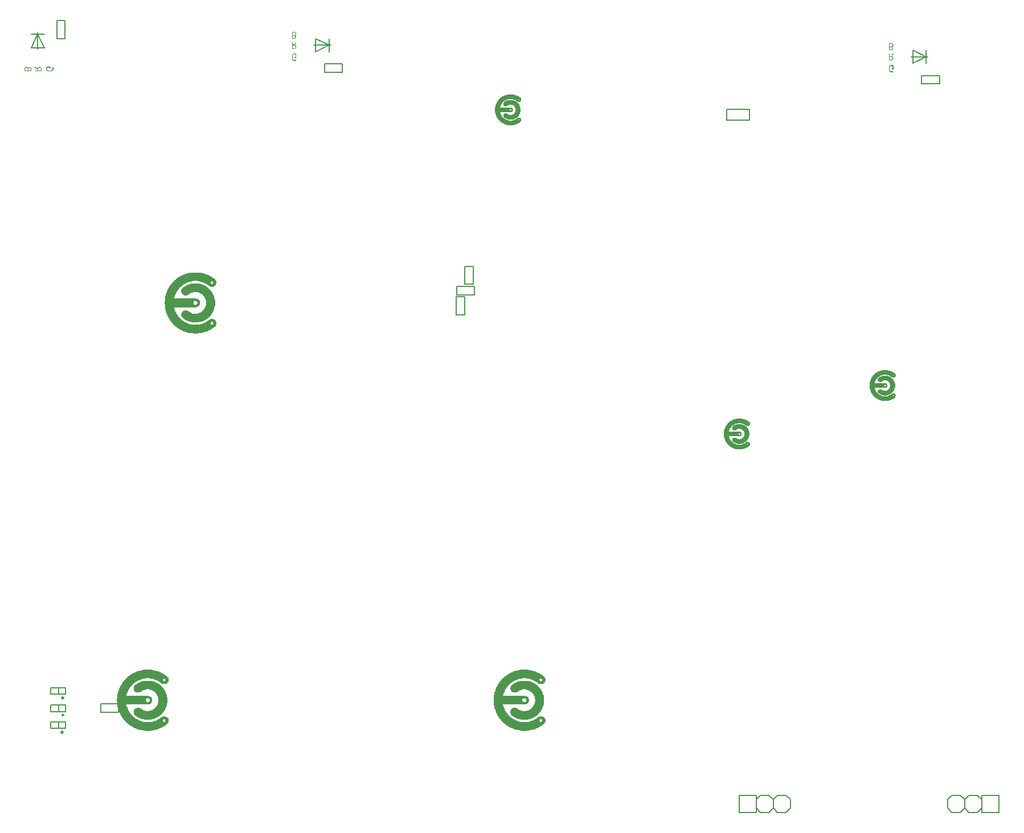
<source format=gbo>
G04 Layer_Color=32896*
%FSLAX44Y44*%
%MOMM*%
G71*
G01*
G75*
%ADD43C,0.2540*%
%ADD44C,0.2000*%
%ADD79C,0.0508*%
%ADD80C,0.0254*%
G36*
X553125Y1328218D02*
X553359Y1328199D01*
X553788Y1328101D01*
X554178Y1327945D01*
X554490Y1327769D01*
X554763Y1327613D01*
X554958Y1327457D01*
X555017Y1327399D01*
X555075Y1327360D01*
X555095Y1327321D01*
X555115D01*
X555271Y1327145D01*
X555427Y1326970D01*
X555661Y1326579D01*
X555817Y1326209D01*
X555934Y1325858D01*
X556012Y1325565D01*
X556031Y1325429D01*
Y1325311D01*
X556051Y1325214D01*
Y1325097D01*
X556031Y1324765D01*
X555992Y1324473D01*
X555914Y1324180D01*
X555817Y1323927D01*
X555700Y1323673D01*
X555583Y1323458D01*
X555446Y1323263D01*
X555309Y1323068D01*
X555154Y1322912D01*
X555017Y1322776D01*
X554900Y1322659D01*
X554783Y1322581D01*
X554685Y1322502D01*
X554607Y1322444D01*
X554568Y1322424D01*
X554549Y1322405D01*
X554724Y1322249D01*
X554880Y1322093D01*
X554997Y1321917D01*
X555115Y1321761D01*
X555290Y1321410D01*
X555407Y1321078D01*
X555466Y1320805D01*
X555505Y1320571D01*
X555524Y1320474D01*
Y1320357D01*
X555485Y1319947D01*
X555407Y1319596D01*
X555290Y1319284D01*
X555154Y1319011D01*
X554997Y1318777D01*
X554880Y1318621D01*
X554802Y1318523D01*
X554763Y1318484D01*
X554471Y1318230D01*
X554159Y1318035D01*
X553847Y1317899D01*
X553534Y1317821D01*
X553281Y1317762D01*
X553086Y1317743D01*
X553008Y1317723D01*
X550257D01*
X550082Y1317743D01*
X549965Y1317801D01*
X549867Y1317899D01*
X549809Y1317977D01*
X549770Y1318074D01*
X549750Y1318172D01*
Y1327730D01*
X549770Y1327906D01*
X549828Y1328023D01*
X549906Y1328121D01*
X550004Y1328179D01*
X550101Y1328218D01*
X550179Y1328238D01*
X552891D01*
X553125Y1328218D01*
D02*
G37*
G36*
X555661Y1313218D02*
X555778Y1313160D01*
X555856Y1313101D01*
X555875Y1313082D01*
X555973Y1312964D01*
X556031Y1312847D01*
X556051Y1312769D01*
Y1312633D01*
X556031Y1312555D01*
X556012Y1312496D01*
X555992Y1312477D01*
X554159Y1308810D01*
X554490Y1308653D01*
X554783Y1308478D01*
X555036Y1308263D01*
X555251Y1308029D01*
X555446Y1307795D01*
X555583Y1307561D01*
X555719Y1307307D01*
X555817Y1307073D01*
X555895Y1306839D01*
X555953Y1306605D01*
X555992Y1306410D01*
X556031Y1306234D01*
Y1306098D01*
X556051Y1305981D01*
Y1305883D01*
X556031Y1305649D01*
X556012Y1305415D01*
X555914Y1304986D01*
X555758Y1304596D01*
X555583Y1304284D01*
X555407Y1304011D01*
X555271Y1303816D01*
X555192Y1303757D01*
X555154Y1303699D01*
X555134Y1303679D01*
X555115Y1303660D01*
X554939Y1303504D01*
X554763Y1303347D01*
X554373Y1303113D01*
X554002Y1302957D01*
X553651Y1302840D01*
X553359Y1302762D01*
X553222Y1302743D01*
X553105D01*
X553027Y1302723D01*
X550257D01*
X550082Y1302743D01*
X549965Y1302801D01*
X549867Y1302899D01*
X549809Y1302977D01*
X549770Y1303074D01*
X549750Y1303172D01*
Y1312730D01*
X549770Y1312906D01*
X549828Y1313023D01*
X549925Y1313121D01*
X550023Y1313179D01*
X550101Y1313218D01*
X550199Y1313238D01*
X550277D01*
X550452Y1313218D01*
X550589Y1313160D01*
X550667Y1313062D01*
X550745Y1312964D01*
X550784Y1312887D01*
X550803Y1312789D01*
Y1309024D01*
X553027D01*
X553066Y1309044D01*
X553086D01*
X555036Y1312945D01*
X555095Y1313043D01*
X555173Y1313121D01*
X555251Y1313160D01*
X555349Y1313199D01*
X555466Y1313238D01*
X555524D01*
X555661Y1313218D01*
D02*
G37*
G36*
X1440677Y1311207D02*
X1440911Y1311188D01*
X1441340Y1311091D01*
X1441731Y1310934D01*
X1442043Y1310759D01*
X1442316Y1310603D01*
X1442511Y1310447D01*
X1442569Y1310388D01*
X1442628Y1310349D01*
X1442648Y1310310D01*
X1442667D01*
X1442823Y1310135D01*
X1442979Y1309959D01*
X1443213Y1309569D01*
X1443369Y1309198D01*
X1443486Y1308847D01*
X1443564Y1308555D01*
X1443584Y1308418D01*
Y1308301D01*
X1443603Y1308203D01*
Y1308086D01*
X1443584Y1307755D01*
X1443545Y1307462D01*
X1443467Y1307169D01*
X1443369Y1306916D01*
X1443252Y1306662D01*
X1443135Y1306448D01*
X1442999Y1306253D01*
X1442862Y1306058D01*
X1442706Y1305902D01*
X1442569Y1305765D01*
X1442452Y1305648D01*
X1442335Y1305570D01*
X1442238Y1305492D01*
X1442160Y1305433D01*
X1442121Y1305414D01*
X1442101Y1305394D01*
X1442277Y1305238D01*
X1442433Y1305082D01*
X1442550Y1304907D01*
X1442667Y1304751D01*
X1442843Y1304400D01*
X1442960Y1304068D01*
X1443018Y1303795D01*
X1443057Y1303561D01*
X1443077Y1303463D01*
Y1303346D01*
X1443038Y1302937D01*
X1442960Y1302585D01*
X1442843Y1302273D01*
X1442706Y1302000D01*
X1442550Y1301766D01*
X1442433Y1301610D01*
X1442355Y1301512D01*
X1442316Y1301473D01*
X1442023Y1301220D01*
X1441711Y1301025D01*
X1441399Y1300888D01*
X1441087Y1300810D01*
X1440833Y1300752D01*
X1440638Y1300732D01*
X1440560Y1300713D01*
X1437810D01*
X1437634Y1300732D01*
X1437517Y1300791D01*
X1437420Y1300888D01*
X1437361Y1300966D01*
X1437322Y1301064D01*
X1437303Y1301161D01*
Y1310720D01*
X1437322Y1310895D01*
X1437381Y1311013D01*
X1437459Y1311110D01*
X1437556Y1311169D01*
X1437654Y1311207D01*
X1437732Y1311227D01*
X1440443D01*
X1440677Y1311207D01*
D02*
G37*
G36*
X1443213Y1296207D02*
X1443330Y1296149D01*
X1443408Y1296091D01*
X1443428Y1296071D01*
X1443525Y1295954D01*
X1443584Y1295837D01*
X1443603Y1295759D01*
Y1295622D01*
X1443584Y1295544D01*
X1443564Y1295486D01*
X1443545Y1295466D01*
X1441711Y1291799D01*
X1442043Y1291643D01*
X1442335Y1291467D01*
X1442589Y1291253D01*
X1442803Y1291019D01*
X1442999Y1290784D01*
X1443135Y1290551D01*
X1443272Y1290297D01*
X1443369Y1290063D01*
X1443447Y1289829D01*
X1443506Y1289595D01*
X1443545Y1289400D01*
X1443584Y1289224D01*
Y1289087D01*
X1443603Y1288970D01*
Y1288873D01*
X1443584Y1288639D01*
X1443564Y1288405D01*
X1443467Y1287975D01*
X1443311Y1287585D01*
X1443135Y1287273D01*
X1442960Y1287000D01*
X1442823Y1286805D01*
X1442745Y1286747D01*
X1442706Y1286688D01*
X1442686Y1286669D01*
X1442667Y1286649D01*
X1442491Y1286493D01*
X1442316Y1286337D01*
X1441926Y1286103D01*
X1441555Y1285947D01*
X1441204Y1285830D01*
X1440911Y1285752D01*
X1440775Y1285732D01*
X1440658D01*
X1440580Y1285713D01*
X1437810D01*
X1437634Y1285732D01*
X1437517Y1285791D01*
X1437420Y1285888D01*
X1437361Y1285966D01*
X1437322Y1286064D01*
X1437303Y1286161D01*
Y1295720D01*
X1437322Y1295895D01*
X1437381Y1296013D01*
X1437478Y1296110D01*
X1437576Y1296169D01*
X1437654Y1296207D01*
X1437751Y1296227D01*
X1437829D01*
X1438005Y1296207D01*
X1438141Y1296149D01*
X1438219Y1296051D01*
X1438297Y1295954D01*
X1438336Y1295876D01*
X1438356Y1295778D01*
Y1292014D01*
X1440580D01*
X1440619Y1292033D01*
X1440638D01*
X1442589Y1295934D01*
X1442648Y1296032D01*
X1442726Y1296110D01*
X1442803Y1296149D01*
X1442901Y1296188D01*
X1443018Y1296227D01*
X1443077D01*
X1443213Y1296207D01*
D02*
G37*
G36*
X555700Y1295718D02*
X555836Y1295660D01*
X555914Y1295582D01*
X555992Y1295484D01*
X556031Y1295387D01*
X556051Y1295309D01*
Y1289964D01*
X556031Y1289788D01*
X555973Y1289651D01*
X555875Y1289573D01*
X555797Y1289495D01*
X555700Y1289456D01*
X555602Y1289437D01*
X553944D01*
X553769Y1289456D01*
X553632Y1289515D01*
X553554Y1289612D01*
X553476Y1289690D01*
X553437Y1289788D01*
X553417Y1289886D01*
Y1289964D01*
X553437Y1290139D01*
X553495Y1290276D01*
X553593Y1290354D01*
X553690Y1290432D01*
X553769Y1290471D01*
X553866Y1290490D01*
X554997D01*
Y1294684D01*
X552364D01*
X552130Y1294665D01*
X551915Y1294606D01*
X551720Y1294548D01*
X551564Y1294450D01*
X551428Y1294372D01*
X551330Y1294314D01*
X551272Y1294255D01*
X551252Y1294236D01*
X551096Y1294060D01*
X550998Y1293865D01*
X550920Y1293689D01*
X550862Y1293514D01*
X550823Y1293358D01*
X550803Y1293241D01*
Y1287857D01*
X550823Y1287623D01*
X550881Y1287408D01*
X550940Y1287213D01*
X551037Y1287057D01*
X551115Y1286920D01*
X551174Y1286823D01*
X551232Y1286764D01*
X551252Y1286745D01*
X551428Y1286589D01*
X551623Y1286472D01*
X551798Y1286394D01*
X551974Y1286335D01*
X552130Y1286296D01*
X552247Y1286277D01*
X555524D01*
X555700Y1286257D01*
X555836Y1286199D01*
X555914Y1286101D01*
X555992Y1286004D01*
X556031Y1285925D01*
X556051Y1285828D01*
Y1285750D01*
X556031Y1285574D01*
X555973Y1285438D01*
X555875Y1285360D01*
X555797Y1285282D01*
X555700Y1285243D01*
X555602Y1285223D01*
X552364D01*
X551974Y1285262D01*
X551623Y1285340D01*
X551291Y1285477D01*
X551037Y1285613D01*
X550803Y1285750D01*
X550647Y1285887D01*
X550550Y1285965D01*
X550511Y1286004D01*
X550257Y1286296D01*
X550062Y1286608D01*
X549945Y1286920D01*
X549847Y1287213D01*
X549789Y1287467D01*
X549770Y1287681D01*
X549750Y1287759D01*
Y1293124D01*
X549789Y1293514D01*
X549867Y1293865D01*
X549984Y1294197D01*
X550140Y1294450D01*
X550277Y1294684D01*
X550394Y1294840D01*
X550472Y1294938D01*
X550511Y1294977D01*
X550803Y1295231D01*
X551115Y1295426D01*
X551428Y1295543D01*
X551720Y1295640D01*
X551974Y1295699D01*
X552188Y1295718D01*
X552266Y1295738D01*
X555524D01*
X555700Y1295718D01*
D02*
G37*
G36*
X174351Y1276031D02*
X174585Y1276012D01*
X175014Y1275914D01*
X175404Y1275758D01*
X175716Y1275583D01*
X175989Y1275407D01*
X176184Y1275270D01*
X176243Y1275192D01*
X176301Y1275154D01*
X176321Y1275134D01*
X176340Y1275115D01*
X176496Y1274939D01*
X176653Y1274763D01*
X176887Y1274373D01*
X177043Y1274003D01*
X177160Y1273651D01*
X177238Y1273359D01*
X177257Y1273222D01*
Y1273105D01*
X177277Y1273027D01*
Y1272949D01*
Y1272910D01*
Y1272891D01*
Y1270257D01*
X177257Y1270082D01*
X177199Y1269965D01*
X177101Y1269867D01*
X177023Y1269809D01*
X176926Y1269770D01*
X176828Y1269750D01*
X167269D01*
X167094Y1269770D01*
X166977Y1269828D01*
X166879Y1269926D01*
X166821Y1270023D01*
X166782Y1270101D01*
X166762Y1270199D01*
Y1270257D01*
Y1270277D01*
X166782Y1270452D01*
X166840Y1270589D01*
X166938Y1270667D01*
X167036Y1270745D01*
X167113Y1270784D01*
X167211Y1270803D01*
X170976D01*
Y1272891D01*
Y1272969D01*
Y1273027D01*
X170956Y1273066D01*
Y1273086D01*
X167055Y1275036D01*
X166957Y1275095D01*
X166879Y1275173D01*
X166840Y1275251D01*
X166801Y1275349D01*
X166762Y1275466D01*
Y1275505D01*
Y1275524D01*
X166782Y1275661D01*
X166840Y1275778D01*
X166899Y1275856D01*
X166918Y1275875D01*
X167036Y1275973D01*
X167153Y1276031D01*
X167230Y1276051D01*
X167367D01*
X167445Y1276031D01*
X167504Y1276012D01*
X167523Y1275992D01*
X171190Y1274159D01*
X171346Y1274490D01*
X171522Y1274783D01*
X171737Y1275036D01*
X171971Y1275251D01*
X172205Y1275446D01*
X172439Y1275583D01*
X172693Y1275719D01*
X172927Y1275817D01*
X173161Y1275895D01*
X173395Y1275953D01*
X173590Y1275992D01*
X173765Y1276031D01*
X173902D01*
X174019Y1276051D01*
X174117D01*
X174351Y1276031D01*
D02*
G37*
G36*
X194426D02*
X194562Y1275973D01*
X194640Y1275875D01*
X194718Y1275797D01*
X194757Y1275700D01*
X194777Y1275602D01*
Y1275544D01*
Y1275524D01*
Y1272364D01*
X194738Y1271974D01*
X194660Y1271623D01*
X194523Y1271291D01*
X194387Y1271038D01*
X194250Y1270803D01*
X194114Y1270647D01*
X194035Y1270550D01*
X193996Y1270511D01*
X193704Y1270257D01*
X193392Y1270062D01*
X193080Y1269945D01*
X192787Y1269847D01*
X192533Y1269789D01*
X192319Y1269770D01*
X192241Y1269750D01*
X186876D01*
X186486Y1269789D01*
X186135Y1269867D01*
X185803Y1269984D01*
X185550Y1270140D01*
X185316Y1270277D01*
X185160Y1270394D01*
X185062Y1270472D01*
X185023Y1270511D01*
X184769Y1270803D01*
X184575Y1271115D01*
X184457Y1271428D01*
X184360Y1271720D01*
X184301Y1271974D01*
X184282Y1272188D01*
X184262Y1272266D01*
Y1272325D01*
Y1272344D01*
Y1272364D01*
Y1275524D01*
X184282Y1275700D01*
X184340Y1275836D01*
X184418Y1275914D01*
X184516Y1275992D01*
X184613Y1276031D01*
X184692Y1276051D01*
X190037D01*
X190212Y1276031D01*
X190349Y1275973D01*
X190427Y1275875D01*
X190505Y1275797D01*
X190544Y1275700D01*
X190563Y1275602D01*
Y1275544D01*
Y1275524D01*
Y1273944D01*
X190544Y1273768D01*
X190485Y1273632D01*
X190388Y1273554D01*
X190310Y1273476D01*
X190212Y1273437D01*
X190114Y1273417D01*
X190037D01*
X189861Y1273437D01*
X189724Y1273495D01*
X189646Y1273593D01*
X189568Y1273690D01*
X189529Y1273768D01*
X189510Y1273866D01*
Y1273924D01*
Y1273944D01*
Y1274997D01*
X185316D01*
Y1272364D01*
X185335Y1272130D01*
X185394Y1271915D01*
X185452Y1271720D01*
X185550Y1271564D01*
X185628Y1271428D01*
X185686Y1271330D01*
X185745Y1271272D01*
X185764Y1271252D01*
X185940Y1271096D01*
X186135Y1270998D01*
X186311Y1270920D01*
X186486Y1270862D01*
X186642Y1270823D01*
X186759Y1270803D01*
X192143D01*
X192377Y1270823D01*
X192592Y1270881D01*
X192787Y1270940D01*
X192943Y1271038D01*
X193080Y1271115D01*
X193177Y1271174D01*
X193236Y1271233D01*
X193255Y1271252D01*
X193411Y1271428D01*
X193528Y1271623D01*
X193606Y1271798D01*
X193665Y1271974D01*
X193704Y1272130D01*
X193723Y1272247D01*
Y1272344D01*
Y1272364D01*
Y1275524D01*
X193743Y1275700D01*
X193801Y1275836D01*
X193899Y1275914D01*
X193996Y1275992D01*
X194074Y1276031D01*
X194172Y1276051D01*
X194250D01*
X194426Y1276031D01*
D02*
G37*
G36*
X1443252Y1278708D02*
X1443389Y1278649D01*
X1443467Y1278571D01*
X1443545Y1278474D01*
X1443584Y1278376D01*
X1443603Y1278298D01*
Y1272953D01*
X1443584Y1272777D01*
X1443525Y1272641D01*
X1443428Y1272563D01*
X1443350Y1272485D01*
X1443252Y1272446D01*
X1443155Y1272426D01*
X1441497D01*
X1441321Y1272446D01*
X1441184Y1272504D01*
X1441106Y1272602D01*
X1441028Y1272680D01*
X1440989Y1272777D01*
X1440970Y1272875D01*
Y1272953D01*
X1440989Y1273129D01*
X1441048Y1273265D01*
X1441145Y1273343D01*
X1441243Y1273421D01*
X1441321Y1273460D01*
X1441418Y1273480D01*
X1442550D01*
Y1277674D01*
X1439917D01*
X1439682Y1277654D01*
X1439468Y1277596D01*
X1439273Y1277537D01*
X1439117Y1277440D01*
X1438980Y1277362D01*
X1438883Y1277303D01*
X1438824Y1277244D01*
X1438805Y1277225D01*
X1438649Y1277049D01*
X1438551Y1276854D01*
X1438473Y1276679D01*
X1438414Y1276503D01*
X1438375Y1276347D01*
X1438356Y1276230D01*
Y1270846D01*
X1438375Y1270612D01*
X1438434Y1270397D01*
X1438492Y1270202D01*
X1438590Y1270046D01*
X1438668Y1269910D01*
X1438727Y1269812D01*
X1438785Y1269754D01*
X1438805Y1269734D01*
X1438980Y1269578D01*
X1439175Y1269461D01*
X1439351Y1269383D01*
X1439526Y1269325D01*
X1439682Y1269286D01*
X1439799Y1269266D01*
X1443077D01*
X1443252Y1269247D01*
X1443389Y1269188D01*
X1443467Y1269090D01*
X1443545Y1268993D01*
X1443584Y1268915D01*
X1443603Y1268817D01*
Y1268739D01*
X1443584Y1268564D01*
X1443525Y1268427D01*
X1443428Y1268349D01*
X1443350Y1268271D01*
X1443252Y1268232D01*
X1443155Y1268213D01*
X1439917D01*
X1439526Y1268252D01*
X1439175Y1268330D01*
X1438844Y1268466D01*
X1438590Y1268603D01*
X1438356Y1268739D01*
X1438200Y1268876D01*
X1438102Y1268954D01*
X1438063Y1268993D01*
X1437810Y1269286D01*
X1437615Y1269598D01*
X1437498Y1269910D01*
X1437400Y1270202D01*
X1437341Y1270456D01*
X1437322Y1270671D01*
X1437303Y1270749D01*
Y1276113D01*
X1437341Y1276503D01*
X1437420Y1276854D01*
X1437537Y1277186D01*
X1437693Y1277440D01*
X1437829Y1277674D01*
X1437946Y1277830D01*
X1438024Y1277927D01*
X1438063Y1277966D01*
X1438356Y1278220D01*
X1438668Y1278415D01*
X1438980Y1278532D01*
X1439273Y1278630D01*
X1439526Y1278688D01*
X1439741Y1278708D01*
X1439819Y1278727D01*
X1443077D01*
X1443252Y1278708D01*
D02*
G37*
G36*
X155235Y1276031D02*
X155527Y1275992D01*
X155820Y1275914D01*
X156073Y1275817D01*
X156327Y1275700D01*
X156542Y1275583D01*
X156737Y1275446D01*
X156932Y1275310D01*
X157088Y1275154D01*
X157224Y1275017D01*
X157341Y1274900D01*
X157419Y1274783D01*
X157498Y1274685D01*
X157556Y1274607D01*
X157576Y1274568D01*
X157595Y1274549D01*
X157751Y1274724D01*
X157907Y1274880D01*
X158083Y1274997D01*
X158239Y1275115D01*
X158590Y1275290D01*
X158921Y1275407D01*
X159195Y1275466D01*
X159429Y1275505D01*
X159526Y1275524D01*
X159643D01*
X160053Y1275485D01*
X160404Y1275407D01*
X160716Y1275290D01*
X160989Y1275154D01*
X161223Y1274997D01*
X161379Y1274880D01*
X161477Y1274802D01*
X161516Y1274763D01*
X161770Y1274471D01*
X161965Y1274159D01*
X162101Y1273847D01*
X162179Y1273534D01*
X162238Y1273281D01*
X162257Y1273086D01*
X162277Y1273008D01*
Y1272949D01*
Y1272910D01*
Y1272891D01*
Y1270257D01*
X162257Y1270082D01*
X162199Y1269965D01*
X162101Y1269867D01*
X162023Y1269809D01*
X161926Y1269770D01*
X161828Y1269750D01*
X152269D01*
X152094Y1269770D01*
X151977Y1269828D01*
X151879Y1269906D01*
X151821Y1270004D01*
X151782Y1270101D01*
X151762Y1270179D01*
Y1270238D01*
Y1270257D01*
Y1272891D01*
X151782Y1273125D01*
X151801Y1273359D01*
X151899Y1273788D01*
X152055Y1274178D01*
X152231Y1274490D01*
X152387Y1274763D01*
X152543Y1274958D01*
X152601Y1275017D01*
X152640Y1275076D01*
X152679Y1275095D01*
Y1275115D01*
X152855Y1275270D01*
X153030Y1275427D01*
X153420Y1275661D01*
X153791Y1275817D01*
X154142Y1275934D01*
X154435Y1276012D01*
X154571Y1276031D01*
X154688D01*
X154786Y1276051D01*
X154903D01*
X155235Y1276031D01*
D02*
G37*
%LPC*%
G36*
X552930Y1327184D02*
X550803D01*
Y1322990D01*
X552891D01*
X553203Y1323010D01*
X553495Y1323088D01*
X553749Y1323185D01*
X553964Y1323302D01*
X554139Y1323419D01*
X554256Y1323517D01*
X554354Y1323595D01*
X554373Y1323614D01*
X554588Y1323849D01*
X554744Y1324102D01*
X554841Y1324356D01*
X554919Y1324590D01*
X554958Y1324785D01*
X554997Y1324941D01*
Y1325097D01*
X554978Y1325409D01*
X554900Y1325702D01*
X554802Y1325955D01*
X554685Y1326170D01*
X554568Y1326345D01*
X554471Y1326463D01*
X554393Y1326560D01*
X554373Y1326579D01*
X554139Y1326775D01*
X553885Y1326931D01*
X553632Y1327028D01*
X553398Y1327106D01*
X553203Y1327145D01*
X553047Y1327165D01*
X552930Y1327184D01*
D02*
G37*
G36*
X553008Y1321937D02*
X550803D01*
Y1318777D01*
X552891D01*
X553125Y1318796D01*
X553339Y1318855D01*
X553534Y1318933D01*
X553690Y1319011D01*
X553827Y1319089D01*
X553924Y1319167D01*
X553983Y1319225D01*
X554002Y1319245D01*
X554159Y1319420D01*
X554276Y1319615D01*
X554354Y1319810D01*
X554412Y1319967D01*
X554451Y1320123D01*
X554471Y1320240D01*
Y1320357D01*
X554451Y1320591D01*
X554393Y1320805D01*
X554315Y1321001D01*
X554237Y1321176D01*
X554159Y1321313D01*
X554081Y1321410D01*
X554022Y1321469D01*
X554002Y1321488D01*
X553827Y1321644D01*
X553632Y1321742D01*
X553437Y1321820D01*
X553281Y1321878D01*
X553125Y1321917D01*
X553008Y1321937D01*
D02*
G37*
G36*
X552930Y1307971D02*
X550803D01*
Y1303777D01*
X552891D01*
X553203Y1303796D01*
X553495Y1303874D01*
X553749Y1303972D01*
X553964Y1304089D01*
X554139Y1304206D01*
X554256Y1304303D01*
X554354Y1304381D01*
X554373Y1304401D01*
X554588Y1304635D01*
X554744Y1304889D01*
X554841Y1305142D01*
X554919Y1305376D01*
X554958Y1305571D01*
X554997Y1305727D01*
Y1305883D01*
X554978Y1306196D01*
X554900Y1306488D01*
X554802Y1306742D01*
X554685Y1306956D01*
X554568Y1307132D01*
X554471Y1307249D01*
X554393Y1307346D01*
X554373Y1307366D01*
X554139Y1307561D01*
X553885Y1307717D01*
X553632Y1307815D01*
X553398Y1307893D01*
X553203Y1307932D01*
X553047Y1307951D01*
X552930Y1307971D01*
D02*
G37*
G36*
X1440482Y1310174D02*
X1438356D01*
Y1305980D01*
X1440443D01*
X1440755Y1305999D01*
X1441048Y1306077D01*
X1441302Y1306175D01*
X1441516Y1306292D01*
X1441692Y1306409D01*
X1441809Y1306506D01*
X1441906Y1306584D01*
X1441926Y1306604D01*
X1442140Y1306838D01*
X1442296Y1307092D01*
X1442394Y1307345D01*
X1442472Y1307579D01*
X1442511Y1307774D01*
X1442550Y1307930D01*
Y1308086D01*
X1442530Y1308398D01*
X1442452Y1308691D01*
X1442355Y1308945D01*
X1442238Y1309159D01*
X1442121Y1309335D01*
X1442023Y1309452D01*
X1441945Y1309549D01*
X1441926Y1309569D01*
X1441692Y1309764D01*
X1441438Y1309920D01*
X1441184Y1310018D01*
X1440950Y1310096D01*
X1440755Y1310135D01*
X1440599Y1310154D01*
X1440482Y1310174D01*
D02*
G37*
G36*
X1440560Y1304926D02*
X1438356D01*
Y1301766D01*
X1440443D01*
X1440677Y1301786D01*
X1440892Y1301844D01*
X1441087Y1301922D01*
X1441243Y1302000D01*
X1441380Y1302078D01*
X1441477Y1302156D01*
X1441536Y1302215D01*
X1441555Y1302234D01*
X1441711Y1302410D01*
X1441828Y1302605D01*
X1441906Y1302800D01*
X1441965Y1302956D01*
X1442004Y1303112D01*
X1442023Y1303229D01*
Y1303346D01*
X1442004Y1303580D01*
X1441945Y1303795D01*
X1441867Y1303990D01*
X1441789Y1304165D01*
X1441711Y1304302D01*
X1441633Y1304400D01*
X1441575Y1304458D01*
X1441555Y1304478D01*
X1441380Y1304634D01*
X1441184Y1304731D01*
X1440989Y1304809D01*
X1440833Y1304868D01*
X1440677Y1304907D01*
X1440560Y1304926D01*
D02*
G37*
G36*
X1440482Y1290960D02*
X1438356D01*
Y1286766D01*
X1440443D01*
X1440755Y1286786D01*
X1441048Y1286864D01*
X1441302Y1286961D01*
X1441516Y1287078D01*
X1441692Y1287195D01*
X1441809Y1287293D01*
X1441906Y1287371D01*
X1441926Y1287390D01*
X1442140Y1287624D01*
X1442296Y1287878D01*
X1442394Y1288132D01*
X1442472Y1288366D01*
X1442511Y1288561D01*
X1442550Y1288717D01*
Y1288873D01*
X1442530Y1289185D01*
X1442452Y1289478D01*
X1442355Y1289731D01*
X1442238Y1289946D01*
X1442121Y1290121D01*
X1442023Y1290238D01*
X1441945Y1290336D01*
X1441926Y1290355D01*
X1441692Y1290551D01*
X1441438Y1290706D01*
X1441184Y1290804D01*
X1440950Y1290882D01*
X1440755Y1290921D01*
X1440599Y1290941D01*
X1440482Y1290960D01*
D02*
G37*
G36*
X174273Y1274997D02*
X174117D01*
X173804Y1274978D01*
X173512Y1274900D01*
X173258Y1274802D01*
X173044Y1274685D01*
X172868Y1274568D01*
X172751Y1274471D01*
X172654Y1274393D01*
X172634Y1274373D01*
X172439Y1274139D01*
X172283Y1273885D01*
X172185Y1273632D01*
X172107Y1273398D01*
X172068Y1273203D01*
X172049Y1273047D01*
X172029Y1272930D01*
Y1272910D01*
Y1272891D01*
Y1270803D01*
X176223D01*
Y1272891D01*
X176204Y1273203D01*
X176126Y1273495D01*
X176028Y1273749D01*
X175911Y1273963D01*
X175794Y1274139D01*
X175697Y1274256D01*
X175619Y1274354D01*
X175599Y1274373D01*
X175365Y1274588D01*
X175111Y1274744D01*
X174858Y1274841D01*
X174624Y1274919D01*
X174429Y1274958D01*
X174273Y1274997D01*
D02*
G37*
G36*
X159760Y1274471D02*
X159643D01*
X159409Y1274451D01*
X159195Y1274393D01*
X159000Y1274315D01*
X158824Y1274237D01*
X158687Y1274159D01*
X158590Y1274081D01*
X158531Y1274022D01*
X158512Y1274003D01*
X158356Y1273827D01*
X158258Y1273632D01*
X158180Y1273437D01*
X158122Y1273281D01*
X158083Y1273125D01*
X158063Y1273008D01*
Y1272910D01*
Y1272891D01*
Y1270803D01*
X161223D01*
Y1272891D01*
X161204Y1273125D01*
X161145Y1273339D01*
X161067Y1273534D01*
X160989Y1273690D01*
X160911Y1273827D01*
X160833Y1273924D01*
X160775Y1273983D01*
X160755Y1274003D01*
X160580Y1274159D01*
X160385Y1274276D01*
X160189Y1274354D01*
X160033Y1274412D01*
X159877Y1274451D01*
X159760Y1274471D01*
D02*
G37*
G36*
X155059Y1274997D02*
X154903D01*
X154591Y1274978D01*
X154298Y1274900D01*
X154045Y1274802D01*
X153830Y1274685D01*
X153655Y1274568D01*
X153538Y1274471D01*
X153440Y1274393D01*
X153420Y1274373D01*
X153225Y1274139D01*
X153069Y1273885D01*
X152972Y1273632D01*
X152894Y1273398D01*
X152855Y1273203D01*
X152835Y1273047D01*
X152816Y1272930D01*
Y1272910D01*
Y1272891D01*
Y1270803D01*
X157010D01*
Y1272891D01*
X156990Y1273203D01*
X156912Y1273495D01*
X156815Y1273749D01*
X156698Y1273963D01*
X156581Y1274139D01*
X156483Y1274256D01*
X156405Y1274354D01*
X156386Y1274373D01*
X156152Y1274588D01*
X155898Y1274744D01*
X155644Y1274841D01*
X155410Y1274919D01*
X155215Y1274958D01*
X155059Y1274997D01*
D02*
G37*
%LPD*%
D43*
X210164Y337750D02*
G03*
X210164Y337750I-1414J0D01*
G01*
X209868Y312250D02*
G03*
X209868Y312250I-1118J0D01*
G01*
X209458Y286750D02*
G03*
X209458Y286750I-1458J0D01*
G01*
D44*
X265000Y316250D02*
X291500D01*
X265000Y328750D02*
X291500D01*
X265000Y316250D02*
Y328750D01*
X291500Y316250D02*
Y328750D01*
X203000Y317500D02*
Y326500D01*
X190500Y317500D02*
Y327500D01*
Y317500D02*
X212500D01*
Y327500D01*
X190500D02*
X212500D01*
X203000Y343000D02*
Y352000D01*
X190500Y343000D02*
Y353000D01*
Y343000D02*
X212500D01*
Y353000D01*
X190500D02*
X212500D01*
X203000Y292250D02*
Y301250D01*
X190500Y292250D02*
Y302250D01*
Y292250D02*
X212500D01*
Y302250D01*
X190500D02*
X212500D01*
X794500Y949750D02*
X821000D01*
X794500Y937250D02*
X821000D01*
Y949750D01*
X794500Y937250D02*
Y949750D01*
X793750Y907500D02*
Y934000D01*
X806250Y907500D02*
Y934000D01*
X793750D02*
X806250D01*
X793750Y907500D02*
X806250D01*
X819000Y953000D02*
Y979500D01*
X806500Y953000D02*
Y979500D01*
Y953000D02*
X819000D01*
X806500Y979500D02*
X819000D01*
X1549758Y186340D02*
X1543408Y192690D01*
X1530708D01*
X1524358Y186340D01*
Y173640D01*
X1530708Y167290D02*
X1524358Y173640D01*
X1543408Y167290D02*
X1530708D01*
X1549758Y173640D02*
X1543408Y167290D01*
X1600558D02*
X1575158D01*
Y173640D02*
X1568808Y167290D01*
X1556108D01*
X1549758Y173640D01*
Y186340D02*
Y173640D01*
X1556108Y192690D02*
X1549758Y186340D01*
X1568808Y192690D02*
X1556108D01*
X1575158Y186340D02*
X1568808Y192690D01*
X1600558D02*
Y167290D01*
X1575158Y192690D02*
Y167290D01*
X1600558Y192690D02*
X1575158D01*
X1271508Y167290D02*
X1265158Y173640D01*
X1284208Y167290D02*
X1271508D01*
X1290558Y173640D02*
X1284208Y167290D01*
X1290558Y186340D02*
Y173640D01*
Y186340D02*
X1284208Y192690D01*
X1271508D01*
X1265158Y186340D01*
X1239758Y192690D02*
X1214358D01*
X1246108D02*
X1239758Y186340D01*
X1258808Y192690D02*
X1246108D01*
X1265158Y186340D02*
X1258808Y192690D01*
X1265158Y186340D02*
Y173640D01*
X1258808Y167290D01*
X1246108D01*
X1239758Y173640D01*
X1214358Y192690D02*
Y167290D01*
X1239758Y192690D02*
Y167290D01*
X1214358D01*
X161762Y1324750D02*
X181762D01*
X161762Y1304750D02*
X181762D01*
X171762Y1302250D02*
Y1327250D01*
Y1324750D02*
X181762Y1304750D01*
X161762D02*
X171762Y1324750D01*
X212262Y1318250D02*
Y1344750D01*
X199762Y1318250D02*
Y1344750D01*
Y1318250D02*
X212262D01*
X199762Y1344750D02*
X212262D01*
X604750Y1318238D02*
Y1298238D01*
X584750Y1318238D02*
Y1298238D01*
X582250Y1308238D02*
X607250D01*
X604750D02*
X584750Y1298238D01*
Y1318238D02*
X604750Y1308238D01*
X598250Y1267738D02*
X624750D01*
X598250Y1280238D02*
X624750D01*
X598250D02*
Y1267738D01*
X624750Y1280238D02*
Y1267738D01*
X1492303Y1301227D02*
Y1281227D01*
X1472303Y1301227D02*
Y1281227D01*
X1469803Y1291227D02*
X1494803D01*
X1492303D02*
X1472303Y1281227D01*
Y1301227D02*
X1492303Y1291227D01*
X1485802Y1250727D02*
X1512303D01*
X1485802Y1263227D02*
X1512303D01*
X1485802D02*
Y1250727D01*
X1512303Y1263227D02*
Y1250727D01*
X1195542Y1213260D02*
X1229542D01*
X1195542Y1196760D02*
X1229542D01*
Y1213260D01*
X1195542Y1196760D02*
Y1213260D01*
D79*
X331444Y289484D02*
X338048D01*
X327380Y289992D02*
X342112D01*
X324332Y290500D02*
X344652D01*
X322300Y291008D02*
X346684D01*
X320776Y291516D02*
X348716D01*
X319252Y292024D02*
X350240D01*
X318236Y292532D02*
X351256D01*
X316712Y293040D02*
X352780D01*
X315696Y293548D02*
X353796D01*
X314680Y294056D02*
X354812D01*
X313664Y294564D02*
X355828D01*
X312648Y295072D02*
X356844D01*
X311632Y295580D02*
X357860D01*
X311124Y296088D02*
X358368D01*
X310108Y296596D02*
X359384D01*
X309092Y297104D02*
X359892D01*
X308584Y297612D02*
X360908D01*
X308076Y298120D02*
X361416D01*
X307060Y298628D02*
X361924D01*
X306552Y299136D02*
X362940D01*
X306044Y299644D02*
X363448D01*
X305536Y300152D02*
X363956D01*
X304520Y300660D02*
X364464D01*
X304012Y301168D02*
X364464D01*
X303504Y301676D02*
X364972D01*
X360400Y302184D02*
X364972D01*
X340080D02*
X358368D01*
X302996D02*
X329412D01*
X360908Y302692D02*
X365480D01*
X342620D02*
X357352D01*
X302488D02*
X326872D01*
X361416Y303200D02*
X365480D01*
X344144D02*
X357352D01*
X301980D02*
X324840D01*
X361416Y303708D02*
X365480D01*
X345668D02*
X356844D01*
X301472D02*
X323316D01*
X361416Y304216D02*
X365480D01*
X347192D02*
X356844D01*
X300964D02*
X322300D01*
X361416Y304724D02*
X365480D01*
X348208D02*
X356844D01*
X300964D02*
X321284D01*
X361416Y305232D02*
X365480D01*
X349224D02*
X356844D01*
X300456D02*
X320268D01*
X360908Y305740D02*
X365480D01*
X350240D02*
X357352D01*
X299948D02*
X319252D01*
X360400Y306248D02*
X364972D01*
X351256D02*
X357860D01*
X329412D02*
X340080D01*
X299440D02*
X318236D01*
X352272Y306756D02*
X364972D01*
X326872D02*
X342112D01*
X298932D02*
X317220D01*
X352780Y307264D02*
X364464D01*
X325348D02*
X344144D01*
X298424D02*
X316712D01*
X353796Y307772D02*
X364464D01*
X323824D02*
X345160D01*
X298424D02*
X315696D01*
X354304Y308280D02*
X363956D01*
X322808D02*
X346684D01*
X297916D02*
X315188D01*
X354812Y308788D02*
X363448D01*
X321792D02*
X347700D01*
X297408D02*
X314680D01*
X355828Y309296D02*
X362940D01*
X320776D02*
X348716D01*
X297408D02*
X313664D01*
X356336Y309804D02*
X361924D01*
X319760D02*
X349224D01*
X296900D02*
X313156D01*
X357860Y310312D02*
X360400D01*
X318744D02*
X350240D01*
X296392D02*
X312648D01*
X318236Y310820D02*
X351256D01*
X296392D02*
X312140D01*
X317728Y311328D02*
X351764D01*
X295884D02*
X311632D01*
X316712Y311836D02*
X352272D01*
X295376D02*
X311124D01*
X316204Y312344D02*
X352780D01*
X295376D02*
X310616D01*
X315696Y312852D02*
X353796D01*
X294868D02*
X310108D01*
X315188Y313360D02*
X354304D01*
X294868D02*
X309600D01*
X315188Y313868D02*
X354812D01*
X294360D02*
X309092D01*
X314680Y314376D02*
X355320D01*
X294360D02*
X309092D01*
X314680Y314884D02*
X355828D01*
X293852D02*
X308584D01*
X314172Y315392D02*
X356336D01*
X293852D02*
X308076D01*
X314172Y315900D02*
X356844D01*
X293344D02*
X307568D01*
X314172Y316408D02*
X356844D01*
X293344D02*
X307568D01*
X314172Y316916D02*
X357352D01*
X292836D02*
X307060D01*
X314172Y317424D02*
X357860D01*
X292836D02*
X306552D01*
X314172Y317932D02*
X358368D01*
X292836D02*
X306552D01*
X337540Y318440D02*
X358368D01*
X314172D02*
X331444D01*
X292328D02*
X306044D01*
X339572Y318948D02*
X358876D01*
X314680D02*
X329412D01*
X292328D02*
X306044D01*
X341096Y319456D02*
X359384D01*
X314680D02*
X328396D01*
X291820D02*
X305536D01*
X342112Y319964D02*
X359384D01*
X314680D02*
X327380D01*
X291820D02*
X305536D01*
X343128Y320472D02*
X359892D01*
X315188D02*
X326364D01*
X291820D02*
X305028D01*
X343636Y320980D02*
X359892D01*
X315696D02*
X325348D01*
X291312D02*
X305028D01*
X344652Y321488D02*
X360400D01*
X316204D02*
X324840D01*
X291312D02*
X304520D01*
X345160Y321996D02*
X360400D01*
X316712D02*
X323824D01*
X291312D02*
X304520D01*
X345668Y322504D02*
X360908D01*
X317728D02*
X323316D01*
X291312D02*
X304012D01*
X346176Y323012D02*
X360908D01*
X318744D02*
X321792D01*
X290804D02*
X304012D01*
X346684Y323520D02*
X361416D01*
X290804D02*
X304012D01*
X347192Y324028D02*
X361416D01*
X290804D02*
X303504D01*
X347700Y324536D02*
X361924D01*
X290804D02*
X303504D01*
X348208Y325044D02*
X361924D01*
X290296D02*
X303504D01*
X348208Y325552D02*
X361924D01*
X290296D02*
X302996D01*
X348716Y326060D02*
X362432D01*
X290296D02*
X302996D01*
X348716Y326568D02*
X362432D01*
X290296D02*
X302996D01*
X349224Y327076D02*
X362432D01*
X290296D02*
X302488D01*
X349732Y327584D02*
X362432D01*
X289788D02*
X302488D01*
X349732Y328092D02*
X362940D01*
X289788D02*
X302488D01*
X349732Y328600D02*
X362940D01*
X289788D02*
X336016D01*
X350240Y329108D02*
X362940D01*
X289788D02*
X337540D01*
X350240Y329616D02*
X362940D01*
X289788D02*
X338556D01*
X350240Y330124D02*
X362940D01*
X289788D02*
X339064D01*
X350748Y330632D02*
X363448D01*
X289788D02*
X339572D01*
X350748Y331140D02*
X363448D01*
X289788D02*
X340080D01*
X350748Y331648D02*
X363448D01*
X336016D02*
X340080D01*
X289788D02*
X332968D01*
X350748Y332156D02*
X363448D01*
X337032D02*
X340588D01*
X289280D02*
X332460D01*
X350748Y332664D02*
X363448D01*
X337540D02*
X340588D01*
X289280D02*
X331952D01*
X351256Y333172D02*
X363448D01*
X337540D02*
X341096D01*
X289280D02*
X331952D01*
X351256Y333680D02*
X363448D01*
X338048D02*
X341096D01*
X289280D02*
X331444D01*
X351256Y334188D02*
X363448D01*
X338048D02*
X341096D01*
X289280D02*
X331444D01*
X351256Y334696D02*
X363448D01*
X338048D02*
X341096D01*
X289280D02*
X331444D01*
X351256Y335204D02*
X363448D01*
X338048D02*
X341096D01*
X289280D02*
X331444D01*
X351256Y335712D02*
X363448D01*
X338048D02*
X341096D01*
X289280D02*
X331444D01*
X350748Y336220D02*
X363448D01*
X337540D02*
X340588D01*
X289280D02*
X331952D01*
X350748Y336728D02*
X363448D01*
X337032D02*
X340588D01*
X289280D02*
X331952D01*
X350748Y337236D02*
X363448D01*
X336524D02*
X340588D01*
X289788D02*
X332968D01*
X350748Y337744D02*
X363448D01*
X335508D02*
X340080D01*
X289788D02*
X333476D01*
X350748Y338252D02*
X363448D01*
X289788D02*
X340080D01*
X350748Y338760D02*
X362940D01*
X289788D02*
X339572D01*
X350240Y339268D02*
X362940D01*
X289788D02*
X339064D01*
X350240Y339776D02*
X362940D01*
X289788D02*
X338556D01*
X350240Y340284D02*
X362940D01*
X289788D02*
X337540D01*
X349732Y340792D02*
X362940D01*
X289788D02*
X335508D01*
X349732Y341300D02*
X362940D01*
X289788D02*
X302488D01*
X349224Y341808D02*
X362432D01*
X289788D02*
X302488D01*
X349224Y342316D02*
X362432D01*
X290296D02*
X302996D01*
X348716Y342824D02*
X362432D01*
X290296D02*
X302996D01*
X348716Y343332D02*
X361924D01*
X290296D02*
X302996D01*
X348208Y343840D02*
X361924D01*
X290296D02*
X302996D01*
X347700Y344348D02*
X361924D01*
X290296D02*
X303504D01*
X347192Y344856D02*
X361416D01*
X290804D02*
X303504D01*
X347192Y345364D02*
X361416D01*
X290804D02*
X303504D01*
X346684Y345872D02*
X361416D01*
X290804D02*
X304012D01*
X346176Y346380D02*
X360908D01*
X318236D02*
X322300D01*
X290804D02*
X304012D01*
X345668Y346888D02*
X360908D01*
X317220D02*
X323824D01*
X291312D02*
X304520D01*
X344652Y347396D02*
X360400D01*
X316204D02*
X324332D01*
X291312D02*
X304520D01*
X344144Y347904D02*
X360400D01*
X315696D02*
X324840D01*
X291312D02*
X304520D01*
X343636Y348412D02*
X359892D01*
X315696D02*
X325856D01*
X291820D02*
X305028D01*
X342620Y348920D02*
X359892D01*
X315188D02*
X326364D01*
X291820D02*
X305028D01*
X341604Y349428D02*
X359384D01*
X314680D02*
X327380D01*
X291820D02*
X305536D01*
X340588Y349936D02*
X358876D01*
X314680D02*
X328904D01*
X292328D02*
X305536D01*
X339064Y350444D02*
X358876D01*
X314680D02*
X330428D01*
X292328D02*
X306044D01*
X336524Y350952D02*
X358368D01*
X314172D02*
X332968D01*
X292328D02*
X306044D01*
X314172Y351460D02*
X357860D01*
X292836D02*
X306552D01*
X314172Y351968D02*
X357860D01*
X292836D02*
X307060D01*
X314172Y352476D02*
X357352D01*
X293344D02*
X307060D01*
X314172Y352984D02*
X356844D01*
X293344D02*
X307568D01*
X314172Y353492D02*
X356336D01*
X293344D02*
X308076D01*
X314680Y354000D02*
X355828D01*
X293852D02*
X308076D01*
X314680Y354508D02*
X355320D01*
X293852D02*
X308584D01*
X314680Y355016D02*
X354812D01*
X294360D02*
X309092D01*
X315188Y355524D02*
X354304D01*
X294360D02*
X309600D01*
X315696Y356032D02*
X353796D01*
X294868D02*
X310108D01*
X315696Y356540D02*
X353288D01*
X295376D02*
X310108D01*
X316712Y357048D02*
X352780D01*
X295376D02*
X310616D01*
X317220Y357556D02*
X352272D01*
X295884D02*
X311124D01*
X317728Y358064D02*
X351256D01*
X295884D02*
X311632D01*
X318744Y358572D02*
X350748D01*
X296392D02*
X312140D01*
X357352Y359080D02*
X361416D01*
X319252D02*
X349732D01*
X296900D02*
X312648D01*
X355828Y359588D02*
X362432D01*
X320268D02*
X349224D01*
X296900D02*
X313664D01*
X355320Y360096D02*
X362940D01*
X321284D02*
X348208D01*
X297408D02*
X314172D01*
X354812Y360604D02*
X363956D01*
X322300D02*
X347192D01*
X297916D02*
X314680D01*
X353796Y361112D02*
X363956D01*
X323316D02*
X346176D01*
X297916D02*
X315188D01*
X353288Y361620D02*
X364464D01*
X324332D02*
X344652D01*
X298424D02*
X316204D01*
X352272Y362128D02*
X364972D01*
X325856D02*
X343128D01*
X298932D02*
X316712D01*
X360400Y362636D02*
X364972D01*
X351764D02*
X358368D01*
X327888D02*
X341604D01*
X299440D02*
X317728D01*
X360908Y363144D02*
X364972D01*
X350748D02*
X357352D01*
X330428D02*
X338556D01*
X299440D02*
X318744D01*
X361416Y363652D02*
X365480D01*
X349732D02*
X357352D01*
X299948D02*
X319252D01*
X361416Y364160D02*
X365480D01*
X348716D02*
X356844D01*
X300456D02*
X320268D01*
X361416Y364668D02*
X365480D01*
X347700D02*
X356844D01*
X300964D02*
X321792D01*
X361416Y365176D02*
X365480D01*
X346684D02*
X356844D01*
X301472D02*
X322808D01*
X361416Y365684D02*
X365480D01*
X345160D02*
X356844D01*
X301980D02*
X324332D01*
X360908Y366192D02*
X365480D01*
X343636D02*
X357352D01*
X302488D02*
X325856D01*
X360400Y366700D02*
X364972D01*
X341604D02*
X357860D01*
X302996D02*
X327888D01*
X338556Y367208D02*
X364972D01*
X303504D02*
X330936D01*
X304012Y367716D02*
X364972D01*
X304520Y368224D02*
X364464D01*
X305028Y368732D02*
X363956D01*
X305536Y369240D02*
X363956D01*
X306044Y369748D02*
X363448D01*
X307060Y370256D02*
X362432D01*
X307568Y370764D02*
X361924D01*
X308076Y371272D02*
X361416D01*
X309092Y371780D02*
X360400D01*
X309600Y372288D02*
X359892D01*
X310616Y372796D02*
X358876D01*
X311124Y373304D02*
X358368D01*
X312140Y373812D02*
X357352D01*
X313156Y374320D02*
X356336D01*
X314172Y374828D02*
X355320D01*
X315188Y375336D02*
X354304D01*
X316204Y375844D02*
X353288D01*
X317220Y376352D02*
X352272D01*
X318744Y376860D02*
X350748D01*
X319760Y377368D02*
X349224D01*
X321284Y377876D02*
X347700D01*
X323316Y378384D02*
X346176D01*
X325348Y378892D02*
X343636D01*
X328396Y379400D02*
X340588D01*
X399396Y970193D02*
X411588D01*
X396348Y969685D02*
X414636D01*
X394316Y969177D02*
X417176D01*
X392284Y968669D02*
X418700D01*
X390760Y968161D02*
X420224D01*
X389744Y967653D02*
X421748D01*
X388220Y967145D02*
X423272D01*
X387204Y966637D02*
X424288D01*
X386188Y966129D02*
X425304D01*
X385172Y965621D02*
X426320D01*
X384156Y965113D02*
X427336D01*
X383140Y964605D02*
X428352D01*
X382124Y964097D02*
X429368D01*
X381616Y963589D02*
X429876D01*
X380600Y963081D02*
X430892D01*
X380092Y962573D02*
X431400D01*
X379076Y962065D02*
X432416D01*
X378568Y961557D02*
X432924D01*
X378060Y961049D02*
X433432D01*
X377044Y960541D02*
X434448D01*
X376536Y960033D02*
X434956D01*
X376028Y959525D02*
X434956D01*
X375520Y959017D02*
X435464D01*
X375012Y958509D02*
X435972D01*
X374504Y958001D02*
X401936D01*
X409556D02*
X435972D01*
X373996Y957493D02*
X398888D01*
X412604D02*
X428860D01*
X431400D02*
X435972D01*
X373488Y956985D02*
X396856D01*
X414636D02*
X428352D01*
X431908D02*
X436480D01*
X372980Y956477D02*
X395332D01*
X416160D02*
X427844D01*
X432416D02*
X436480D01*
X372472Y955969D02*
X393808D01*
X417684D02*
X427844D01*
X432416D02*
X436480D01*
X371964Y955461D02*
X392792D01*
X418700D02*
X427844D01*
X432416D02*
X436480D01*
X371456Y954953D02*
X391268D01*
X419716D02*
X427844D01*
X432416D02*
X436480D01*
X370948Y954445D02*
X390252D01*
X420732D02*
X428352D01*
X432416D02*
X436480D01*
X370440Y953937D02*
X389744D01*
X401428D02*
X409556D01*
X421748D02*
X428352D01*
X431908D02*
X435972D01*
X370440Y953429D02*
X388728D01*
X398888D02*
X412604D01*
X422764D02*
X429368D01*
X431400D02*
X435972D01*
X369932Y952921D02*
X387712D01*
X396856D02*
X414128D01*
X423272D02*
X435972D01*
X369424Y952413D02*
X387204D01*
X395332D02*
X415652D01*
X424288D02*
X435464D01*
X368916Y951905D02*
X386188D01*
X394316D02*
X417176D01*
X424796D02*
X434956D01*
X368916Y951397D02*
X385680D01*
X393300D02*
X418192D01*
X425812D02*
X434956D01*
X368408Y950889D02*
X385172D01*
X392284D02*
X419208D01*
X426320D02*
X433940D01*
X367900Y950381D02*
X384664D01*
X391268D02*
X420224D01*
X426828D02*
X433432D01*
X367900Y949873D02*
X383648D01*
X390252D02*
X420732D01*
X428352D02*
X432416D01*
X367392Y949365D02*
X383140D01*
X389744D02*
X421748D01*
X366884Y948857D02*
X382632D01*
X388728D02*
X422256D01*
X366884Y948349D02*
X382124D01*
X388220D02*
X423272D01*
X366376Y947841D02*
X381616D01*
X387712D02*
X423780D01*
X366376Y947333D02*
X381108D01*
X386696D02*
X424288D01*
X365868Y946825D02*
X381108D01*
X386696D02*
X424796D01*
X365360Y946317D02*
X380600D01*
X386188D02*
X425304D01*
X365360Y945809D02*
X380092D01*
X385680D02*
X425812D01*
X364852Y945301D02*
X379584D01*
X385680D02*
X426320D01*
X364852Y944793D02*
X379076D01*
X385680D02*
X426828D01*
X364344Y944285D02*
X379076D01*
X385172D02*
X427336D01*
X364344Y943777D02*
X378568D01*
X385172D02*
X427844D01*
X364344Y943269D02*
X378060D01*
X385172D02*
X428352D01*
X363836Y942761D02*
X378060D01*
X385172D02*
X428860D01*
X363836Y942253D02*
X377552D01*
X385172D02*
X428860D01*
X363328Y941745D02*
X377044D01*
X385172D02*
X403968D01*
X407524D02*
X429368D01*
X363328Y941237D02*
X377044D01*
X385680D02*
X401428D01*
X410064D02*
X429876D01*
X363328Y940729D02*
X376536D01*
X385680D02*
X399904D01*
X411588D02*
X429876D01*
X362820Y940221D02*
X376536D01*
X385680D02*
X398380D01*
X412604D02*
X430384D01*
X362820Y939713D02*
X376028D01*
X386188D02*
X397364D01*
X413620D02*
X430892D01*
X362820Y939205D02*
X376028D01*
X386696D02*
X396856D01*
X414636D02*
X430892D01*
X362312Y938697D02*
X375520D01*
X386696D02*
X395840D01*
X415144D02*
X431400D01*
X362312Y938189D02*
X375520D01*
X387204D02*
X395332D01*
X415652D02*
X431400D01*
X362312Y937681D02*
X375520D01*
X388220D02*
X394824D01*
X416668D02*
X431908D01*
X361804Y937173D02*
X375012D01*
X389236D02*
X393300D01*
X417176D02*
X431908D01*
X361804Y936665D02*
X375012D01*
X417684D02*
X432416D01*
X361804Y936157D02*
X374504D01*
X418192D02*
X432416D01*
X361804Y935649D02*
X374504D01*
X418192D02*
X432416D01*
X361296Y935141D02*
X374504D01*
X418700D02*
X432924D01*
X361296Y934633D02*
X373996D01*
X419208D02*
X432924D01*
X361296Y934125D02*
X373996D01*
X419716D02*
X432924D01*
X361296Y933617D02*
X373996D01*
X419716D02*
X433432D01*
X361296Y933109D02*
X373996D01*
X420224D02*
X433432D01*
X360788Y932601D02*
X373488D01*
X420224D02*
X433432D01*
X360788Y932093D02*
X373488D01*
X420732D02*
X433940D01*
X360788Y931585D02*
X406508D01*
X420732D02*
X433940D01*
X360788Y931077D02*
X408540D01*
X421240D02*
X433940D01*
X360788Y930569D02*
X409556D01*
X421240D02*
X433940D01*
X360788Y930061D02*
X410064D01*
X421240D02*
X433940D01*
X360788Y929553D02*
X410572D01*
X421748D02*
X433940D01*
X360788Y929045D02*
X411080D01*
X421748D02*
X434448D01*
X360788Y928537D02*
X404476D01*
X406508D02*
X411080D01*
X421748D02*
X434448D01*
X360788Y928029D02*
X403968D01*
X407524D02*
X411588D01*
X421748D02*
X434448D01*
X360280Y927521D02*
X402952D01*
X408032D02*
X411588D01*
X421748D02*
X434448D01*
X360280Y927013D02*
X402952D01*
X408540D02*
X411588D01*
X421748D02*
X434448D01*
X360280Y926505D02*
X402444D01*
X409048D02*
X412096D01*
X422256D02*
X434448D01*
X360280Y925997D02*
X402444D01*
X409048D02*
X412096D01*
X422256D02*
X434448D01*
X360280Y925489D02*
X402444D01*
X409048D02*
X412096D01*
X422256D02*
X434448D01*
X360280Y924981D02*
X402444D01*
X409048D02*
X412096D01*
X422256D02*
X434448D01*
X360280Y924473D02*
X402444D01*
X409048D02*
X412096D01*
X422256D02*
X434448D01*
X360280Y923965D02*
X402952D01*
X408540D02*
X412096D01*
X422256D02*
X434448D01*
X360280Y923457D02*
X402952D01*
X408540D02*
X411588D01*
X421748D02*
X434448D01*
X360280Y922949D02*
X403460D01*
X408032D02*
X411588D01*
X421748D02*
X434448D01*
X360788Y922441D02*
X403968D01*
X407016D02*
X411080D01*
X421748D02*
X434448D01*
X360788Y921933D02*
X411080D01*
X421748D02*
X434448D01*
X360788Y921425D02*
X410572D01*
X421748D02*
X434448D01*
X360788Y920917D02*
X410064D01*
X421240D02*
X433940D01*
X360788Y920409D02*
X409556D01*
X421240D02*
X433940D01*
X360788Y919901D02*
X408540D01*
X421240D02*
X433940D01*
X360788Y919393D02*
X407016D01*
X420732D02*
X433940D01*
X360788Y918885D02*
X373488D01*
X420732D02*
X433940D01*
X360788Y918377D02*
X373488D01*
X420732D02*
X433432D01*
X361296Y917869D02*
X373488D01*
X420224D02*
X433432D01*
X361296Y917361D02*
X373996D01*
X419716D02*
X433432D01*
X361296Y916853D02*
X373996D01*
X419716D02*
X433432D01*
X361296Y916345D02*
X373996D01*
X419208D02*
X432924D01*
X361296Y915837D02*
X374504D01*
X419208D02*
X432924D01*
X361804Y915329D02*
X374504D01*
X418700D02*
X432924D01*
X361804Y914821D02*
X374504D01*
X418192D02*
X432416D01*
X361804Y914313D02*
X375012D01*
X417684D02*
X432416D01*
X361804Y913805D02*
X375012D01*
X389744D02*
X392792D01*
X417176D02*
X431908D01*
X362312Y913297D02*
X375012D01*
X388728D02*
X394316D01*
X416668D02*
X431908D01*
X362312Y912789D02*
X375520D01*
X387712D02*
X394824D01*
X416160D02*
X431400D01*
X362312Y912281D02*
X375520D01*
X387204D02*
X395840D01*
X415652D02*
X431400D01*
X362312Y911773D02*
X376028D01*
X386696D02*
X396348D01*
X414636D02*
X430892D01*
X362820Y911265D02*
X376028D01*
X386188D02*
X397364D01*
X414128D02*
X430892D01*
X362820Y910757D02*
X376536D01*
X385680D02*
X398380D01*
X413112D02*
X430384D01*
X362820Y910249D02*
X376536D01*
X385680D02*
X399396D01*
X412096D02*
X430384D01*
X363328Y909741D02*
X377044D01*
X385680D02*
X400412D01*
X410572D02*
X429876D01*
X363328Y909233D02*
X377044D01*
X385172D02*
X402444D01*
X408540D02*
X429368D01*
X363836Y908725D02*
X377552D01*
X385172D02*
X429368D01*
X363836Y908217D02*
X377552D01*
X385172D02*
X428860D01*
X363836Y907709D02*
X378060D01*
X385172D02*
X428352D01*
X364344Y907201D02*
X378568D01*
X385172D02*
X427844D01*
X364344Y906693D02*
X378568D01*
X385172D02*
X427844D01*
X364852Y906185D02*
X379076D01*
X385172D02*
X427336D01*
X364852Y905677D02*
X379584D01*
X385680D02*
X426828D01*
X365360Y905169D02*
X380092D01*
X385680D02*
X426320D01*
X365360Y904661D02*
X380092D01*
X386188D02*
X425812D01*
X365868Y904153D02*
X380600D01*
X386188D02*
X425304D01*
X365868Y903645D02*
X381108D01*
X386696D02*
X424796D01*
X366376Y903137D02*
X381616D01*
X387204D02*
X423780D01*
X366376Y902629D02*
X382124D01*
X387712D02*
X423272D01*
X366884Y902121D02*
X382632D01*
X388728D02*
X422764D01*
X367392Y901613D02*
X383140D01*
X389236D02*
X422256D01*
X367392Y901105D02*
X383648D01*
X389744D02*
X421240D01*
X428860D02*
X431400D01*
X367900Y900597D02*
X384156D01*
X390760D02*
X420224D01*
X427336D02*
X432924D01*
X368408Y900089D02*
X384664D01*
X391776D02*
X419716D01*
X426828D02*
X433940D01*
X368408Y899581D02*
X385680D01*
X392792D02*
X418700D01*
X425812D02*
X434448D01*
X368916Y899073D02*
X386188D01*
X393808D02*
X417684D01*
X425304D02*
X434956D01*
X369424Y898565D02*
X386696D01*
X394824D02*
X416160D01*
X424796D02*
X435464D01*
X369424Y898057D02*
X387712D01*
X396348D02*
X415144D01*
X423780D02*
X435464D01*
X369932Y897549D02*
X388220D01*
X397872D02*
X413112D01*
X423272D02*
X435972D01*
X370440Y897041D02*
X389236D01*
X400412D02*
X411080D01*
X422256D02*
X428860D01*
X431400D02*
X435972D01*
X370948Y896533D02*
X390252D01*
X421240D02*
X428352D01*
X431908D02*
X436480D01*
X371456Y896025D02*
X391268D01*
X420224D02*
X427844D01*
X432416D02*
X436480D01*
X371964Y895517D02*
X392284D01*
X419208D02*
X427844D01*
X432416D02*
X436480D01*
X371964Y895009D02*
X393300D01*
X418192D02*
X427844D01*
X432416D02*
X436480D01*
X372472Y894501D02*
X394316D01*
X416668D02*
X427844D01*
X432416D02*
X436480D01*
X372980Y893993D02*
X395840D01*
X415144D02*
X428352D01*
X432416D02*
X436480D01*
X373488Y893485D02*
X397872D01*
X413620D02*
X428352D01*
X431908D02*
X436480D01*
X373996Y892977D02*
X400412D01*
X411080D02*
X429368D01*
X431400D02*
X435972D01*
X374504Y892469D02*
X435972D01*
X375012Y891961D02*
X435464D01*
X375520Y891453D02*
X435464D01*
X376536Y890945D02*
X434956D01*
X377044Y890437D02*
X434448D01*
X377552Y889929D02*
X433940D01*
X378060Y889421D02*
X432924D01*
X379076Y888913D02*
X432416D01*
X379584Y888405D02*
X431908D01*
X380092Y887897D02*
X430892D01*
X381108Y887389D02*
X430384D01*
X382124Y886881D02*
X429368D01*
X382632Y886373D02*
X428860D01*
X383648Y885865D02*
X427844D01*
X384664Y885357D02*
X426828D01*
X385680Y884849D02*
X425812D01*
X386696Y884341D02*
X424796D01*
X387712Y883833D02*
X423780D01*
X389236Y883325D02*
X422256D01*
X390252Y882817D02*
X421240D01*
X391776Y882309D02*
X419716D01*
X393300Y881801D02*
X417684D01*
X395332Y881293D02*
X415652D01*
X398380Y880785D02*
X413112D01*
X402444Y880277D02*
X409048D01*
X891444Y289484D02*
X898048D01*
X887380Y289992D02*
X902112D01*
X884332Y290500D02*
X904652D01*
X882300Y291008D02*
X906684D01*
X880776Y291516D02*
X908716D01*
X879252Y292024D02*
X910240D01*
X878236Y292532D02*
X911256D01*
X876712Y293040D02*
X912780D01*
X875696Y293548D02*
X913796D01*
X874680Y294056D02*
X914812D01*
X873664Y294564D02*
X915828D01*
X872648Y295072D02*
X916844D01*
X871632Y295580D02*
X917860D01*
X871124Y296088D02*
X918368D01*
X870108Y296596D02*
X919384D01*
X869092Y297104D02*
X919892D01*
X868584Y297612D02*
X920908D01*
X868076Y298120D02*
X921416D01*
X867060Y298628D02*
X921924D01*
X866552Y299136D02*
X922940D01*
X866044Y299644D02*
X923448D01*
X865536Y300152D02*
X923956D01*
X864520Y300660D02*
X924464D01*
X864012Y301168D02*
X924464D01*
X863504Y301676D02*
X924972D01*
X920400Y302184D02*
X924972D01*
X900080D02*
X918368D01*
X862996D02*
X889412D01*
X920908Y302692D02*
X925480D01*
X902620D02*
X917352D01*
X862488D02*
X886872D01*
X921416Y303200D02*
X925480D01*
X904144D02*
X917352D01*
X861980D02*
X884840D01*
X921416Y303708D02*
X925480D01*
X905668D02*
X916844D01*
X861472D02*
X883316D01*
X921416Y304216D02*
X925480D01*
X907192D02*
X916844D01*
X860964D02*
X882300D01*
X921416Y304724D02*
X925480D01*
X908208D02*
X916844D01*
X860964D02*
X881284D01*
X921416Y305232D02*
X925480D01*
X909224D02*
X916844D01*
X860456D02*
X880268D01*
X920908Y305740D02*
X925480D01*
X910240D02*
X917352D01*
X859948D02*
X879252D01*
X920400Y306248D02*
X924972D01*
X911256D02*
X917860D01*
X889412D02*
X900080D01*
X859440D02*
X878236D01*
X912272Y306756D02*
X924972D01*
X886872D02*
X902112D01*
X858932D02*
X877220D01*
X912780Y307264D02*
X924464D01*
X885348D02*
X904144D01*
X858424D02*
X876712D01*
X913796Y307772D02*
X924464D01*
X883824D02*
X905160D01*
X858424D02*
X875696D01*
X914304Y308280D02*
X923956D01*
X882808D02*
X906684D01*
X857916D02*
X875188D01*
X914812Y308788D02*
X923448D01*
X881792D02*
X907700D01*
X857408D02*
X874680D01*
X915828Y309296D02*
X922940D01*
X880776D02*
X908716D01*
X857408D02*
X873664D01*
X916336Y309804D02*
X921924D01*
X879760D02*
X909224D01*
X856900D02*
X873156D01*
X917860Y310312D02*
X920400D01*
X878744D02*
X910240D01*
X856392D02*
X872648D01*
X878236Y310820D02*
X911256D01*
X856392D02*
X872140D01*
X877728Y311328D02*
X911764D01*
X855884D02*
X871632D01*
X876712Y311836D02*
X912272D01*
X855376D02*
X871124D01*
X876204Y312344D02*
X912780D01*
X855376D02*
X870616D01*
X875696Y312852D02*
X913796D01*
X854868D02*
X870108D01*
X875188Y313360D02*
X914304D01*
X854868D02*
X869600D01*
X875188Y313868D02*
X914812D01*
X854360D02*
X869092D01*
X874680Y314376D02*
X915320D01*
X854360D02*
X869092D01*
X874680Y314884D02*
X915828D01*
X853852D02*
X868584D01*
X874172Y315392D02*
X916336D01*
X853852D02*
X868076D01*
X874172Y315900D02*
X916844D01*
X853344D02*
X867568D01*
X874172Y316408D02*
X916844D01*
X853344D02*
X867568D01*
X874172Y316916D02*
X917352D01*
X852836D02*
X867060D01*
X874172Y317424D02*
X917860D01*
X852836D02*
X866552D01*
X874172Y317932D02*
X918368D01*
X852836D02*
X866552D01*
X897540Y318440D02*
X918368D01*
X874172D02*
X891444D01*
X852328D02*
X866044D01*
X899572Y318948D02*
X918876D01*
X874680D02*
X889412D01*
X852328D02*
X866044D01*
X901096Y319456D02*
X919384D01*
X874680D02*
X888396D01*
X851820D02*
X865536D01*
X902112Y319964D02*
X919384D01*
X874680D02*
X887380D01*
X851820D02*
X865536D01*
X903128Y320472D02*
X919892D01*
X875188D02*
X886364D01*
X851820D02*
X865028D01*
X903636Y320980D02*
X919892D01*
X875696D02*
X885348D01*
X851312D02*
X865028D01*
X904652Y321488D02*
X920400D01*
X876204D02*
X884840D01*
X851312D02*
X864520D01*
X905160Y321996D02*
X920400D01*
X876712D02*
X883824D01*
X851312D02*
X864520D01*
X905668Y322504D02*
X920908D01*
X877728D02*
X883316D01*
X851312D02*
X864012D01*
X906176Y323012D02*
X920908D01*
X878744D02*
X881792D01*
X850804D02*
X864012D01*
X906684Y323520D02*
X921416D01*
X850804D02*
X864012D01*
X907192Y324028D02*
X921416D01*
X850804D02*
X863504D01*
X907700Y324536D02*
X921924D01*
X850804D02*
X863504D01*
X908208Y325044D02*
X921924D01*
X850296D02*
X863504D01*
X908208Y325552D02*
X921924D01*
X850296D02*
X862996D01*
X908716Y326060D02*
X922432D01*
X850296D02*
X862996D01*
X908716Y326568D02*
X922432D01*
X850296D02*
X862996D01*
X909224Y327076D02*
X922432D01*
X850296D02*
X862488D01*
X909732Y327584D02*
X922432D01*
X849788D02*
X862488D01*
X909732Y328092D02*
X922940D01*
X849788D02*
X862488D01*
X909732Y328600D02*
X922940D01*
X849788D02*
X896016D01*
X910240Y329108D02*
X922940D01*
X849788D02*
X897540D01*
X910240Y329616D02*
X922940D01*
X849788D02*
X898556D01*
X910240Y330124D02*
X922940D01*
X849788D02*
X899064D01*
X910748Y330632D02*
X923448D01*
X849788D02*
X899572D01*
X910748Y331140D02*
X923448D01*
X849788D02*
X900080D01*
X910748Y331648D02*
X923448D01*
X896016D02*
X900080D01*
X849788D02*
X892968D01*
X910748Y332156D02*
X923448D01*
X897032D02*
X900588D01*
X849280D02*
X892460D01*
X910748Y332664D02*
X923448D01*
X897540D02*
X900588D01*
X849280D02*
X891952D01*
X911256Y333172D02*
X923448D01*
X897540D02*
X901096D01*
X849280D02*
X891952D01*
X911256Y333680D02*
X923448D01*
X898048D02*
X901096D01*
X849280D02*
X891444D01*
X911256Y334188D02*
X923448D01*
X898048D02*
X901096D01*
X849280D02*
X891444D01*
X911256Y334696D02*
X923448D01*
X898048D02*
X901096D01*
X849280D02*
X891444D01*
X911256Y335204D02*
X923448D01*
X898048D02*
X901096D01*
X849280D02*
X891444D01*
X911256Y335712D02*
X923448D01*
X898048D02*
X901096D01*
X849280D02*
X891444D01*
X910748Y336220D02*
X923448D01*
X897540D02*
X900588D01*
X849280D02*
X891952D01*
X910748Y336728D02*
X923448D01*
X897032D02*
X900588D01*
X849280D02*
X891952D01*
X910748Y337236D02*
X923448D01*
X896524D02*
X900588D01*
X849788D02*
X892968D01*
X910748Y337744D02*
X923448D01*
X895508D02*
X900080D01*
X849788D02*
X893476D01*
X910748Y338252D02*
X923448D01*
X849788D02*
X900080D01*
X910748Y338760D02*
X922940D01*
X849788D02*
X899572D01*
X910240Y339268D02*
X922940D01*
X849788D02*
X899064D01*
X910240Y339776D02*
X922940D01*
X849788D02*
X898556D01*
X910240Y340284D02*
X922940D01*
X849788D02*
X897540D01*
X909732Y340792D02*
X922940D01*
X849788D02*
X895508D01*
X909732Y341300D02*
X922940D01*
X849788D02*
X862488D01*
X909224Y341808D02*
X922432D01*
X849788D02*
X862488D01*
X909224Y342316D02*
X922432D01*
X850296D02*
X862996D01*
X908716Y342824D02*
X922432D01*
X850296D02*
X862996D01*
X908716Y343332D02*
X921924D01*
X850296D02*
X862996D01*
X908208Y343840D02*
X921924D01*
X850296D02*
X862996D01*
X907700Y344348D02*
X921924D01*
X850296D02*
X863504D01*
X907192Y344856D02*
X921416D01*
X850804D02*
X863504D01*
X907192Y345364D02*
X921416D01*
X850804D02*
X863504D01*
X906684Y345872D02*
X921416D01*
X850804D02*
X864012D01*
X906176Y346380D02*
X920908D01*
X878236D02*
X882300D01*
X850804D02*
X864012D01*
X905668Y346888D02*
X920908D01*
X877220D02*
X883824D01*
X851312D02*
X864520D01*
X904652Y347396D02*
X920400D01*
X876204D02*
X884332D01*
X851312D02*
X864520D01*
X904144Y347904D02*
X920400D01*
X875696D02*
X884840D01*
X851312D02*
X864520D01*
X903636Y348412D02*
X919892D01*
X875696D02*
X885856D01*
X851820D02*
X865028D01*
X902620Y348920D02*
X919892D01*
X875188D02*
X886364D01*
X851820D02*
X865028D01*
X901604Y349428D02*
X919384D01*
X874680D02*
X887380D01*
X851820D02*
X865536D01*
X900588Y349936D02*
X918876D01*
X874680D02*
X888904D01*
X852328D02*
X865536D01*
X899064Y350444D02*
X918876D01*
X874680D02*
X890428D01*
X852328D02*
X866044D01*
X896524Y350952D02*
X918368D01*
X874172D02*
X892968D01*
X852328D02*
X866044D01*
X874172Y351460D02*
X917860D01*
X852836D02*
X866552D01*
X874172Y351968D02*
X917860D01*
X852836D02*
X867060D01*
X874172Y352476D02*
X917352D01*
X853344D02*
X867060D01*
X874172Y352984D02*
X916844D01*
X853344D02*
X867568D01*
X874172Y353492D02*
X916336D01*
X853344D02*
X868076D01*
X874680Y354000D02*
X915828D01*
X853852D02*
X868076D01*
X874680Y354508D02*
X915320D01*
X853852D02*
X868584D01*
X874680Y355016D02*
X914812D01*
X854360D02*
X869092D01*
X875188Y355524D02*
X914304D01*
X854360D02*
X869600D01*
X875696Y356032D02*
X913796D01*
X854868D02*
X870108D01*
X875696Y356540D02*
X913288D01*
X855376D02*
X870108D01*
X876712Y357048D02*
X912780D01*
X855376D02*
X870616D01*
X877220Y357556D02*
X912272D01*
X855884D02*
X871124D01*
X877728Y358064D02*
X911256D01*
X855884D02*
X871632D01*
X878744Y358572D02*
X910748D01*
X856392D02*
X872140D01*
X917352Y359080D02*
X921416D01*
X879252D02*
X909732D01*
X856900D02*
X872648D01*
X915828Y359588D02*
X922432D01*
X880268D02*
X909224D01*
X856900D02*
X873664D01*
X915320Y360096D02*
X922940D01*
X881284D02*
X908208D01*
X857408D02*
X874172D01*
X914812Y360604D02*
X923956D01*
X882300D02*
X907192D01*
X857916D02*
X874680D01*
X913796Y361112D02*
X923956D01*
X883316D02*
X906176D01*
X857916D02*
X875188D01*
X913288Y361620D02*
X924464D01*
X884332D02*
X904652D01*
X858424D02*
X876204D01*
X912272Y362128D02*
X924972D01*
X885856D02*
X903128D01*
X858932D02*
X876712D01*
X920400Y362636D02*
X924972D01*
X911764D02*
X918368D01*
X887888D02*
X901604D01*
X859440D02*
X877728D01*
X920908Y363144D02*
X924972D01*
X910748D02*
X917352D01*
X890428D02*
X898556D01*
X859440D02*
X878744D01*
X921416Y363652D02*
X925480D01*
X909732D02*
X917352D01*
X859948D02*
X879252D01*
X921416Y364160D02*
X925480D01*
X908716D02*
X916844D01*
X860456D02*
X880268D01*
X921416Y364668D02*
X925480D01*
X907700D02*
X916844D01*
X860964D02*
X881792D01*
X921416Y365176D02*
X925480D01*
X906684D02*
X916844D01*
X861472D02*
X882808D01*
X921416Y365684D02*
X925480D01*
X905160D02*
X916844D01*
X861980D02*
X884332D01*
X920908Y366192D02*
X925480D01*
X903636D02*
X917352D01*
X862488D02*
X885856D01*
X920400Y366700D02*
X924972D01*
X901604D02*
X917860D01*
X862996D02*
X887888D01*
X898556Y367208D02*
X924972D01*
X863504D02*
X890936D01*
X864012Y367716D02*
X924972D01*
X864520Y368224D02*
X924464D01*
X865028Y368732D02*
X923956D01*
X865536Y369240D02*
X923956D01*
X866044Y369748D02*
X923448D01*
X867060Y370256D02*
X922432D01*
X867568Y370764D02*
X921924D01*
X868076Y371272D02*
X921416D01*
X869092Y371780D02*
X920400D01*
X869600Y372288D02*
X919892D01*
X870616Y372796D02*
X918876D01*
X871124Y373304D02*
X918368D01*
X872140Y373812D02*
X917352D01*
X873156Y374320D02*
X916336D01*
X874172Y374828D02*
X915320D01*
X875188Y375336D02*
X914304D01*
X876204Y375844D02*
X913288D01*
X877220Y376352D02*
X912272D01*
X878744Y376860D02*
X910748D01*
X879760Y377368D02*
X909224D01*
X881284Y377876D02*
X907700D01*
X883316Y378384D02*
X906176D01*
X885348Y378892D02*
X903636D01*
X888396Y379400D02*
X900588D01*
D80*
X872500Y1235106D02*
X875802D01*
X870468Y1234852D02*
X877834D01*
X868944Y1234598D02*
X879104D01*
X867928Y1234344D02*
X880120D01*
X867166Y1234090D02*
X881136D01*
X866404Y1233836D02*
X881898D01*
X865896Y1233582D02*
X882406D01*
X865134Y1233328D02*
X883168D01*
X864626Y1233074D02*
X883676D01*
X864118Y1232820D02*
X884184D01*
X863610Y1232566D02*
X884692D01*
X863102Y1232312D02*
X885200D01*
X862594Y1232058D02*
X885708D01*
X862340Y1231804D02*
X885962D01*
X861832Y1231550D02*
X886470D01*
X861324Y1231296D02*
X886724D01*
X861070Y1231042D02*
X887232D01*
X860816Y1230788D02*
X887486D01*
X860308Y1230534D02*
X887740D01*
X860054Y1230280D02*
X888248D01*
X859800Y1230026D02*
X888502D01*
X859546Y1229772D02*
X888756D01*
X859038Y1229518D02*
X889010D01*
X858784Y1229264D02*
X889010D01*
X858530Y1229010D02*
X889264D01*
X886978Y1228756D02*
X889264D01*
X876818D02*
X885962D01*
X858276D02*
X871484D01*
X887232Y1228502D02*
X889518D01*
X878088D02*
X885454D01*
X858022D02*
X870214D01*
X887486Y1228248D02*
X889518D01*
X878850D02*
X885454D01*
X857768D02*
X869198D01*
X887486Y1227994D02*
X889518D01*
X879612D02*
X885200D01*
X857514D02*
X868436D01*
X887486Y1227740D02*
X889518D01*
X880374D02*
X885200D01*
X857260D02*
X867928D01*
X887486Y1227486D02*
X889518D01*
X880882D02*
X885200D01*
X857260D02*
X867420D01*
X887486Y1227232D02*
X889518D01*
X881390D02*
X885200D01*
X857006D02*
X866912D01*
X887232Y1226978D02*
X889518D01*
X881898D02*
X885454D01*
X856752D02*
X866404D01*
X886978Y1226724D02*
X889264D01*
X882406D02*
X885708D01*
X871484D02*
X876818D01*
X856498D02*
X865896D01*
X882914Y1226470D02*
X889264D01*
X870214D02*
X877834D01*
X856244D02*
X865388D01*
X883168Y1226216D02*
X889010D01*
X869452D02*
X878850D01*
X855990D02*
X865134D01*
X883676Y1225962D02*
X889010D01*
X868690D02*
X879358D01*
X855990D02*
X864626D01*
X883930Y1225708D02*
X888756D01*
X868182D02*
X880120D01*
X855736D02*
X864372D01*
X884184Y1225454D02*
X888502D01*
X867674D02*
X880628D01*
X855482D02*
X864118D01*
X884692Y1225200D02*
X888248D01*
X867166D02*
X881136D01*
X855482D02*
X863610D01*
X884946Y1224946D02*
X887740D01*
X866658D02*
X881390D01*
X855228D02*
X863356D01*
X885708Y1224692D02*
X886978D01*
X866150D02*
X881898D01*
X854974D02*
X863102D01*
X865896Y1224438D02*
X882406D01*
X854974D02*
X862848D01*
X865642Y1224184D02*
X882660D01*
X854720D02*
X862594D01*
X865134Y1223930D02*
X882914D01*
X854466D02*
X862340D01*
X864880Y1223676D02*
X883168D01*
X854466D02*
X862086D01*
X864626Y1223422D02*
X883676D01*
X854212D02*
X861832D01*
X864372Y1223168D02*
X883930D01*
X854212D02*
X861578D01*
X864372Y1222914D02*
X884184D01*
X853958D02*
X861324D01*
X864118Y1222660D02*
X884438D01*
X853958D02*
X861324D01*
X864118Y1222406D02*
X884692D01*
X853704D02*
X861070D01*
X863864Y1222152D02*
X884946D01*
X853704D02*
X860816D01*
X863864Y1221898D02*
X885200D01*
X853450D02*
X860562D01*
X863864Y1221644D02*
X885200D01*
X853450D02*
X860562D01*
X863864Y1221390D02*
X885454D01*
X853196D02*
X860308D01*
X863864Y1221136D02*
X885708D01*
X853196D02*
X860054D01*
X863864Y1220882D02*
X885962D01*
X853196D02*
X860054D01*
X875548Y1220628D02*
X885962D01*
X863864D02*
X872500D01*
X852942D02*
X859800D01*
X876564Y1220374D02*
X886216D01*
X864118D02*
X871484D01*
X852942D02*
X859800D01*
X877326Y1220120D02*
X886470D01*
X864118D02*
X870976D01*
X852688D02*
X859546D01*
X877834Y1219866D02*
X886470D01*
X864118D02*
X870468D01*
X852688D02*
X859546D01*
X878342Y1219612D02*
X886724D01*
X864372D02*
X869960D01*
X852688D02*
X859292D01*
X878596Y1219358D02*
X886724D01*
X864626D02*
X869452D01*
X852434D02*
X859292D01*
X879104Y1219104D02*
X886978D01*
X864880D02*
X869198D01*
X852434D02*
X859038D01*
X879358Y1218850D02*
X886978D01*
X865134D02*
X868690D01*
X852434D02*
X859038D01*
X879612Y1218596D02*
X887232D01*
X865642D02*
X868436D01*
X852434D02*
X858784D01*
X879866Y1218342D02*
X887232D01*
X866150D02*
X867674D01*
X852180D02*
X858784D01*
X880120Y1218088D02*
X887486D01*
X852180D02*
X858784D01*
X880374Y1217834D02*
X887486D01*
X852180D02*
X858530D01*
X880628Y1217580D02*
X887740D01*
X852180D02*
X858530D01*
X880882Y1217326D02*
X887740D01*
X851926D02*
X858530D01*
X880882Y1217072D02*
X887740D01*
X851926D02*
X858276D01*
X881136Y1216818D02*
X887994D01*
X851926D02*
X858276D01*
X881136Y1216564D02*
X887994D01*
X851926D02*
X858276D01*
X881390Y1216310D02*
X887994D01*
X851926D02*
X858022D01*
X881644Y1216056D02*
X887994D01*
X851672D02*
X858022D01*
X881644Y1215802D02*
X888248D01*
X851672D02*
X858022D01*
X881644Y1215548D02*
X888248D01*
X851672D02*
X874786D01*
X881898Y1215294D02*
X888248D01*
X851672D02*
X875548D01*
X881898Y1215040D02*
X888248D01*
X851672D02*
X876056D01*
X881898Y1214786D02*
X888248D01*
X851672D02*
X876310D01*
X882152Y1214532D02*
X888502D01*
X851672D02*
X876564D01*
X882152Y1214278D02*
X888502D01*
X851672D02*
X876818D01*
X882152Y1214024D02*
X888502D01*
X874786D02*
X876818D01*
X851672D02*
X873262D01*
X882152Y1213770D02*
X888502D01*
X875294D02*
X877072D01*
X851418D02*
X873008D01*
X882152Y1213516D02*
X888502D01*
X875548D02*
X877072D01*
X851418D02*
X872754D01*
X882406Y1213262D02*
X888502D01*
X875548D02*
X877326D01*
X851418D02*
X872754D01*
X882406Y1213008D02*
X888502D01*
X875802D02*
X877326D01*
X851418D02*
X872500D01*
X882406Y1212754D02*
X888502D01*
X875802D02*
X877326D01*
X851418D02*
X872500D01*
X882406Y1212500D02*
X888502D01*
X875802D02*
X877326D01*
X851418D02*
X872500D01*
X882406Y1212246D02*
X888502D01*
X875802D02*
X877326D01*
X851418D02*
X872500D01*
X882406Y1211992D02*
X888502D01*
X875802D02*
X877326D01*
X851418D02*
X872500D01*
X882152Y1211738D02*
X888502D01*
X875548D02*
X877072D01*
X851418D02*
X872754D01*
X882152Y1211484D02*
X888502D01*
X875294D02*
X877072D01*
X851418D02*
X872754D01*
X882152Y1211230D02*
X888502D01*
X875040D02*
X877072D01*
X851672D02*
X873262D01*
X882152Y1210976D02*
X888502D01*
X874532D02*
X876818D01*
X851672D02*
X873516D01*
X882152Y1210722D02*
X888502D01*
X851672D02*
X876818D01*
X882152Y1210468D02*
X888248D01*
X851672D02*
X876564D01*
X881898Y1210214D02*
X888248D01*
X851672D02*
X876310D01*
X881898Y1209960D02*
X888248D01*
X851672D02*
X876056D01*
X881898Y1209706D02*
X888248D01*
X851672D02*
X875548D01*
X881644Y1209452D02*
X888248D01*
X851672D02*
X874532D01*
X881644Y1209198D02*
X888248D01*
X851672D02*
X858022D01*
X881390Y1208944D02*
X887994D01*
X851672D02*
X858022D01*
X881390Y1208690D02*
X887994D01*
X851926D02*
X858276D01*
X881136Y1208436D02*
X887994D01*
X851926D02*
X858276D01*
X881136Y1208182D02*
X887740D01*
X851926D02*
X858276D01*
X880882Y1207928D02*
X887740D01*
X851926D02*
X858276D01*
X880628Y1207674D02*
X887740D01*
X851926D02*
X858530D01*
X880374Y1207420D02*
X887486D01*
X852180D02*
X858530D01*
X880374Y1207166D02*
X887486D01*
X852180D02*
X858530D01*
X880120Y1206912D02*
X887486D01*
X852180D02*
X858784D01*
X879866Y1206658D02*
X887232D01*
X865896D02*
X867928D01*
X852180D02*
X858784D01*
X879612Y1206404D02*
X887232D01*
X865388D02*
X868690D01*
X852434D02*
X859038D01*
X879104Y1206150D02*
X886978D01*
X864880D02*
X868944D01*
X852434D02*
X859038D01*
X878850Y1205896D02*
X886978D01*
X864626D02*
X869198D01*
X852434D02*
X859038D01*
X878596Y1205642D02*
X886724D01*
X864626D02*
X869706D01*
X852688D02*
X859292D01*
X878088Y1205388D02*
X886724D01*
X864372D02*
X869960D01*
X852688D02*
X859292D01*
X877580Y1205134D02*
X886470D01*
X864118D02*
X870468D01*
X852688D02*
X859546D01*
X877072Y1204880D02*
X886216D01*
X864118D02*
X871230D01*
X852942D02*
X859546D01*
X876310Y1204626D02*
X886216D01*
X864118D02*
X871992D01*
X852942D02*
X859800D01*
X875040Y1204372D02*
X885962D01*
X863864D02*
X873262D01*
X852942D02*
X859800D01*
X863864Y1204118D02*
X885708D01*
X853196D02*
X860054D01*
X863864Y1203864D02*
X885708D01*
X853196D02*
X860308D01*
X863864Y1203610D02*
X885454D01*
X853450D02*
X860308D01*
X863864Y1203356D02*
X885200D01*
X853450D02*
X860562D01*
X863864Y1203102D02*
X884946D01*
X853450D02*
X860816D01*
X864118Y1202848D02*
X884692D01*
X853704D02*
X860816D01*
X864118Y1202594D02*
X884438D01*
X853704D02*
X861070D01*
X864118Y1202340D02*
X884184D01*
X853958D02*
X861324D01*
X864372Y1202086D02*
X883930D01*
X853958D02*
X861578D01*
X864626Y1201832D02*
X883676D01*
X854212D02*
X861832D01*
X864626Y1201578D02*
X883422D01*
X854466D02*
X861832D01*
X865134Y1201324D02*
X883168D01*
X854466D02*
X862086D01*
X865388Y1201070D02*
X882914D01*
X854720D02*
X862340D01*
X865642Y1200816D02*
X882406D01*
X854720D02*
X862594D01*
X866150Y1200562D02*
X882152D01*
X854974D02*
X862848D01*
X885454Y1200308D02*
X887486D01*
X866404D02*
X881644D01*
X855228D02*
X863102D01*
X884692Y1200054D02*
X887994D01*
X866912D02*
X881390D01*
X855228D02*
X863610D01*
X884438Y1199800D02*
X888248D01*
X867420D02*
X880882D01*
X855482D02*
X863864D01*
X884184Y1199546D02*
X888756D01*
X867928D02*
X880374D01*
X855736D02*
X864118D01*
X883676Y1199292D02*
X888756D01*
X868436D02*
X879866D01*
X855736D02*
X864372D01*
X883422Y1199038D02*
X889010D01*
X868944D02*
X879104D01*
X855990D02*
X864880D01*
X882914Y1198784D02*
X889264D01*
X869706D02*
X878342D01*
X856244D02*
X865134D01*
X886978Y1198530D02*
X889264D01*
X882660D02*
X885962D01*
X870722D02*
X877580D01*
X856498D02*
X865642D01*
X887232Y1198276D02*
X889264D01*
X882152D02*
X885454D01*
X871992D02*
X876056D01*
X856498D02*
X866150D01*
X887486Y1198022D02*
X889518D01*
X881644D02*
X885454D01*
X856752D02*
X866404D01*
X887486Y1197768D02*
X889518D01*
X881136D02*
X885200D01*
X857006D02*
X866912D01*
X887486Y1197514D02*
X889518D01*
X880628D02*
X885200D01*
X857260D02*
X867674D01*
X887486Y1197260D02*
X889518D01*
X880120D02*
X885200D01*
X857514D02*
X868182D01*
X887486Y1197006D02*
X889518D01*
X879358D02*
X885200D01*
X857768D02*
X868944D01*
X887232Y1196752D02*
X889518D01*
X878596D02*
X885454D01*
X858022D02*
X869706D01*
X886978Y1196498D02*
X889264D01*
X877580D02*
X885708D01*
X858276D02*
X870722D01*
X876056Y1196244D02*
X889264D01*
X858530D02*
X872246D01*
X858784Y1195990D02*
X889264D01*
X859038Y1195736D02*
X889010D01*
X859292Y1195482D02*
X888756D01*
X859546Y1195228D02*
X888756D01*
X859800Y1194974D02*
X888502D01*
X860308Y1194720D02*
X887994D01*
X860562Y1194466D02*
X887740D01*
X860816Y1194212D02*
X887486D01*
X861324Y1193958D02*
X886978D01*
X861578Y1193704D02*
X886724D01*
X862086Y1193450D02*
X886216D01*
X862340Y1193196D02*
X885962D01*
X862848Y1192942D02*
X885454D01*
X863356Y1192688D02*
X884946D01*
X863864Y1192434D02*
X884438D01*
X864372Y1192180D02*
X883930D01*
X864880Y1191926D02*
X883422D01*
X865388Y1191672D02*
X882914D01*
X866150Y1191418D02*
X882152D01*
X866658Y1191164D02*
X881390D01*
X867420Y1190910D02*
X880628D01*
X868436Y1190656D02*
X879866D01*
X869452Y1190402D02*
X878596D01*
X870976Y1190148D02*
X877072D01*
X1429238Y825082D02*
X1432540D01*
X1427206Y824828D02*
X1434572D01*
X1425682Y824574D02*
X1435842D01*
X1424666Y824320D02*
X1436858D01*
X1423904Y824066D02*
X1437874D01*
X1423142Y823812D02*
X1438636D01*
X1422634Y823558D02*
X1439144D01*
X1421872Y823304D02*
X1439906D01*
X1421364Y823050D02*
X1440414D01*
X1420856Y822796D02*
X1440922D01*
X1420348Y822542D02*
X1441430D01*
X1419840Y822288D02*
X1441938D01*
X1419332Y822034D02*
X1442446D01*
X1419078Y821780D02*
X1442700D01*
X1418570Y821526D02*
X1443208D01*
X1418062Y821272D02*
X1443462D01*
X1417808Y821018D02*
X1443970D01*
X1417554Y820764D02*
X1444224D01*
X1417046Y820510D02*
X1444478D01*
X1416792Y820256D02*
X1444986D01*
X1416538Y820002D02*
X1445240D01*
X1416284Y819748D02*
X1445494D01*
X1415776Y819494D02*
X1445748D01*
X1415522Y819240D02*
X1445748D01*
X1415268Y818986D02*
X1446002D01*
X1443716Y818732D02*
X1446002D01*
X1433556D02*
X1442700D01*
X1415014D02*
X1428222D01*
X1443970Y818478D02*
X1446256D01*
X1434826D02*
X1442192D01*
X1414760D02*
X1426952D01*
X1444224Y818224D02*
X1446256D01*
X1435588D02*
X1442192D01*
X1414506D02*
X1425936D01*
X1444224Y817970D02*
X1446256D01*
X1436350D02*
X1441938D01*
X1414252D02*
X1425174D01*
X1444224Y817716D02*
X1446256D01*
X1437112D02*
X1441938D01*
X1413998D02*
X1424666D01*
X1444224Y817462D02*
X1446256D01*
X1437620D02*
X1441938D01*
X1413998D02*
X1424158D01*
X1444224Y817208D02*
X1446256D01*
X1438128D02*
X1441938D01*
X1413744D02*
X1423650D01*
X1443970Y816954D02*
X1446256D01*
X1438636D02*
X1442192D01*
X1413490D02*
X1423142D01*
X1443716Y816700D02*
X1446002D01*
X1439144D02*
X1442446D01*
X1428222D02*
X1433556D01*
X1413236D02*
X1422634D01*
X1439652Y816446D02*
X1446002D01*
X1426952D02*
X1434572D01*
X1412982D02*
X1422126D01*
X1439906Y816192D02*
X1445748D01*
X1426190D02*
X1435588D01*
X1412728D02*
X1421872D01*
X1440414Y815938D02*
X1445748D01*
X1425428D02*
X1436096D01*
X1412728D02*
X1421364D01*
X1440668Y815684D02*
X1445494D01*
X1424920D02*
X1436858D01*
X1412474D02*
X1421110D01*
X1440922Y815430D02*
X1445240D01*
X1424412D02*
X1437366D01*
X1412220D02*
X1420856D01*
X1441430Y815176D02*
X1444986D01*
X1423904D02*
X1437874D01*
X1412220D02*
X1420348D01*
X1441684Y814922D02*
X1444478D01*
X1423396D02*
X1438128D01*
X1411966D02*
X1420094D01*
X1442446Y814668D02*
X1443716D01*
X1422888D02*
X1438636D01*
X1411712D02*
X1419840D01*
X1422634Y814414D02*
X1439144D01*
X1411712D02*
X1419586D01*
X1422380Y814160D02*
X1439398D01*
X1411458D02*
X1419332D01*
X1421872Y813906D02*
X1439652D01*
X1411204D02*
X1419078D01*
X1421618Y813652D02*
X1439906D01*
X1411204D02*
X1418824D01*
X1421364Y813398D02*
X1440414D01*
X1410950D02*
X1418570D01*
X1421110Y813144D02*
X1440668D01*
X1410950D02*
X1418316D01*
X1421110Y812890D02*
X1440922D01*
X1410696D02*
X1418062D01*
X1420856Y812636D02*
X1441176D01*
X1410696D02*
X1418062D01*
X1420856Y812382D02*
X1441430D01*
X1410442D02*
X1417808D01*
X1420602Y812128D02*
X1441684D01*
X1410442D02*
X1417554D01*
X1420602Y811874D02*
X1441938D01*
X1410188D02*
X1417300D01*
X1420602Y811620D02*
X1441938D01*
X1410188D02*
X1417300D01*
X1420602Y811366D02*
X1442192D01*
X1409934D02*
X1417046D01*
X1420602Y811112D02*
X1442446D01*
X1409934D02*
X1416792D01*
X1420602Y810858D02*
X1442700D01*
X1409934D02*
X1416792D01*
X1432286Y810604D02*
X1442700D01*
X1420602D02*
X1429238D01*
X1409680D02*
X1416538D01*
X1433302Y810350D02*
X1442954D01*
X1420856D02*
X1428222D01*
X1409680D02*
X1416538D01*
X1434064Y810096D02*
X1443208D01*
X1420856D02*
X1427714D01*
X1409426D02*
X1416284D01*
X1434572Y809842D02*
X1443208D01*
X1420856D02*
X1427206D01*
X1409426D02*
X1416284D01*
X1435080Y809588D02*
X1443462D01*
X1421110D02*
X1426698D01*
X1409426D02*
X1416030D01*
X1435334Y809334D02*
X1443462D01*
X1421364D02*
X1426190D01*
X1409172D02*
X1416030D01*
X1435842Y809080D02*
X1443716D01*
X1421618D02*
X1425936D01*
X1409172D02*
X1415776D01*
X1436096Y808826D02*
X1443716D01*
X1421872D02*
X1425428D01*
X1409172D02*
X1415776D01*
X1436350Y808572D02*
X1443970D01*
X1422380D02*
X1425174D01*
X1409172D02*
X1415522D01*
X1436604Y808318D02*
X1443970D01*
X1422888D02*
X1424412D01*
X1408918D02*
X1415522D01*
X1436858Y808064D02*
X1444224D01*
X1408918D02*
X1415522D01*
X1437112Y807810D02*
X1444224D01*
X1408918D02*
X1415268D01*
X1437366Y807556D02*
X1444478D01*
X1408918D02*
X1415268D01*
X1437620Y807302D02*
X1444478D01*
X1408664D02*
X1415268D01*
X1437620Y807048D02*
X1444478D01*
X1408664D02*
X1415014D01*
X1437874Y806794D02*
X1444732D01*
X1408664D02*
X1415014D01*
X1437874Y806540D02*
X1444732D01*
X1408664D02*
X1415014D01*
X1438128Y806286D02*
X1444732D01*
X1408664D02*
X1414760D01*
X1438382Y806032D02*
X1444732D01*
X1408410D02*
X1414760D01*
X1438382Y805778D02*
X1444986D01*
X1408410D02*
X1414760D01*
X1438382Y805524D02*
X1444986D01*
X1408410D02*
X1431524D01*
X1438636Y805270D02*
X1444986D01*
X1408410D02*
X1432286D01*
X1438636Y805016D02*
X1444986D01*
X1408410D02*
X1432794D01*
X1438636Y804762D02*
X1444986D01*
X1408410D02*
X1433048D01*
X1438890Y804508D02*
X1445240D01*
X1408410D02*
X1433302D01*
X1438890Y804254D02*
X1445240D01*
X1408410D02*
X1433556D01*
X1438890Y804000D02*
X1445240D01*
X1431524D02*
X1433556D01*
X1408410D02*
X1430000D01*
X1438890Y803746D02*
X1445240D01*
X1432032D02*
X1433810D01*
X1408156D02*
X1429746D01*
X1438890Y803492D02*
X1445240D01*
X1432286D02*
X1433810D01*
X1408156D02*
X1429492D01*
X1439144Y803238D02*
X1445240D01*
X1432286D02*
X1434064D01*
X1408156D02*
X1429492D01*
X1439144Y802984D02*
X1445240D01*
X1432540D02*
X1434064D01*
X1408156D02*
X1429238D01*
X1439144Y802730D02*
X1445240D01*
X1432540D02*
X1434064D01*
X1408156D02*
X1429238D01*
X1439144Y802476D02*
X1445240D01*
X1432540D02*
X1434064D01*
X1408156D02*
X1429238D01*
X1439144Y802222D02*
X1445240D01*
X1432540D02*
X1434064D01*
X1408156D02*
X1429238D01*
X1439144Y801968D02*
X1445240D01*
X1432540D02*
X1434064D01*
X1408156D02*
X1429238D01*
X1438890Y801714D02*
X1445240D01*
X1432286D02*
X1433810D01*
X1408156D02*
X1429492D01*
X1438890Y801460D02*
X1445240D01*
X1432032D02*
X1433810D01*
X1408156D02*
X1429492D01*
X1438890Y801206D02*
X1445240D01*
X1431778D02*
X1433810D01*
X1408410D02*
X1430000D01*
X1438890Y800952D02*
X1445240D01*
X1431270D02*
X1433556D01*
X1408410D02*
X1430254D01*
X1438890Y800698D02*
X1445240D01*
X1408410D02*
X1433556D01*
X1438890Y800444D02*
X1444986D01*
X1408410D02*
X1433302D01*
X1438636Y800190D02*
X1444986D01*
X1408410D02*
X1433048D01*
X1438636Y799936D02*
X1444986D01*
X1408410D02*
X1432794D01*
X1438636Y799682D02*
X1444986D01*
X1408410D02*
X1432286D01*
X1438382Y799428D02*
X1444986D01*
X1408410D02*
X1431270D01*
X1438382Y799174D02*
X1444986D01*
X1408410D02*
X1414760D01*
X1438128Y798920D02*
X1444732D01*
X1408410D02*
X1414760D01*
X1438128Y798666D02*
X1444732D01*
X1408664D02*
X1415014D01*
X1437874Y798412D02*
X1444732D01*
X1408664D02*
X1415014D01*
X1437874Y798158D02*
X1444478D01*
X1408664D02*
X1415014D01*
X1437620Y797904D02*
X1444478D01*
X1408664D02*
X1415014D01*
X1437366Y797650D02*
X1444478D01*
X1408664D02*
X1415268D01*
X1437112Y797396D02*
X1444224D01*
X1408918D02*
X1415268D01*
X1437112Y797142D02*
X1444224D01*
X1408918D02*
X1415268D01*
X1436858Y796888D02*
X1444224D01*
X1408918D02*
X1415522D01*
X1436604Y796634D02*
X1443970D01*
X1422634D02*
X1424666D01*
X1408918D02*
X1415522D01*
X1436350Y796380D02*
X1443970D01*
X1422126D02*
X1425428D01*
X1409172D02*
X1415776D01*
X1435842Y796126D02*
X1443716D01*
X1421618D02*
X1425682D01*
X1409172D02*
X1415776D01*
X1435588Y795872D02*
X1443716D01*
X1421364D02*
X1425936D01*
X1409172D02*
X1415776D01*
X1435334Y795618D02*
X1443462D01*
X1421364D02*
X1426444D01*
X1409426D02*
X1416030D01*
X1434826Y795364D02*
X1443462D01*
X1421110D02*
X1426698D01*
X1409426D02*
X1416030D01*
X1434318Y795110D02*
X1443208D01*
X1420856D02*
X1427206D01*
X1409426D02*
X1416284D01*
X1433810Y794856D02*
X1442954D01*
X1420856D02*
X1427968D01*
X1409680D02*
X1416284D01*
X1433048Y794602D02*
X1442954D01*
X1420856D02*
X1428730D01*
X1409680D02*
X1416538D01*
X1431778Y794348D02*
X1442700D01*
X1420602D02*
X1430000D01*
X1409680D02*
X1416538D01*
X1420602Y794094D02*
X1442446D01*
X1409934D02*
X1416792D01*
X1420602Y793840D02*
X1442446D01*
X1409934D02*
X1417046D01*
X1420602Y793586D02*
X1442192D01*
X1410188D02*
X1417046D01*
X1420602Y793332D02*
X1441938D01*
X1410188D02*
X1417300D01*
X1420602Y793078D02*
X1441684D01*
X1410188D02*
X1417554D01*
X1420856Y792824D02*
X1441430D01*
X1410442D02*
X1417554D01*
X1420856Y792570D02*
X1441176D01*
X1410442D02*
X1417808D01*
X1420856Y792316D02*
X1440922D01*
X1410696D02*
X1418062D01*
X1421110Y792062D02*
X1440668D01*
X1410696D02*
X1418316D01*
X1421364Y791808D02*
X1440414D01*
X1410950D02*
X1418570D01*
X1421364Y791554D02*
X1440160D01*
X1411204D02*
X1418570D01*
X1421872Y791300D02*
X1439906D01*
X1411204D02*
X1418824D01*
X1422126Y791046D02*
X1439652D01*
X1411458D02*
X1419078D01*
X1422380Y790792D02*
X1439144D01*
X1411458D02*
X1419332D01*
X1422888Y790538D02*
X1438890D01*
X1411712D02*
X1419586D01*
X1442192Y790284D02*
X1444224D01*
X1423142D02*
X1438382D01*
X1411966D02*
X1419840D01*
X1441430Y790030D02*
X1444732D01*
X1423650D02*
X1438128D01*
X1411966D02*
X1420348D01*
X1441176Y789776D02*
X1444986D01*
X1424158D02*
X1437620D01*
X1412220D02*
X1420602D01*
X1440922Y789522D02*
X1445494D01*
X1424666D02*
X1437112D01*
X1412474D02*
X1420856D01*
X1440414Y789268D02*
X1445494D01*
X1425174D02*
X1436604D01*
X1412474D02*
X1421110D01*
X1440160Y789014D02*
X1445748D01*
X1425682D02*
X1435842D01*
X1412728D02*
X1421618D01*
X1439652Y788760D02*
X1446002D01*
X1426444D02*
X1435080D01*
X1412982D02*
X1421872D01*
X1443716Y788506D02*
X1446002D01*
X1439398D02*
X1442700D01*
X1427460D02*
X1434318D01*
X1413236D02*
X1422380D01*
X1443970Y788252D02*
X1446002D01*
X1438890D02*
X1442192D01*
X1428730D02*
X1432794D01*
X1413236D02*
X1422888D01*
X1444224Y787998D02*
X1446256D01*
X1438382D02*
X1442192D01*
X1413490D02*
X1423142D01*
X1444224Y787744D02*
X1446256D01*
X1437874D02*
X1441938D01*
X1413744D02*
X1423650D01*
X1444224Y787490D02*
X1446256D01*
X1437366D02*
X1441938D01*
X1413998D02*
X1424412D01*
X1444224Y787236D02*
X1446256D01*
X1436858D02*
X1441938D01*
X1414252D02*
X1424920D01*
X1444224Y786982D02*
X1446256D01*
X1436096D02*
X1441938D01*
X1414506D02*
X1425682D01*
X1443970Y786728D02*
X1446256D01*
X1435334D02*
X1442192D01*
X1414760D02*
X1426444D01*
X1443716Y786474D02*
X1446002D01*
X1434318D02*
X1442446D01*
X1415014D02*
X1427460D01*
X1432794Y786220D02*
X1446002D01*
X1415268D02*
X1428984D01*
X1415522Y785966D02*
X1446002D01*
X1415776Y785712D02*
X1445748D01*
X1416030Y785458D02*
X1445494D01*
X1416284Y785204D02*
X1445494D01*
X1416538Y784950D02*
X1445240D01*
X1417046Y784696D02*
X1444732D01*
X1417300Y784442D02*
X1444478D01*
X1417554Y784188D02*
X1444224D01*
X1418062Y783934D02*
X1443716D01*
X1418316Y783680D02*
X1443462D01*
X1418824Y783426D02*
X1442954D01*
X1419078Y783172D02*
X1442700D01*
X1419586Y782918D02*
X1442192D01*
X1420094Y782664D02*
X1441684D01*
X1420602Y782410D02*
X1441176D01*
X1421110Y782156D02*
X1440668D01*
X1421618Y781902D02*
X1440160D01*
X1422126Y781648D02*
X1439652D01*
X1422888Y781394D02*
X1438890D01*
X1423396Y781140D02*
X1438128D01*
X1424158Y780886D02*
X1437366D01*
X1425174Y780632D02*
X1436604D01*
X1426190Y780378D02*
X1435334D01*
X1427714Y780124D02*
X1433810D01*
X1212542Y753124D02*
X1215844D01*
X1210510Y752870D02*
X1217876D01*
X1208986Y752616D02*
X1219146D01*
X1207970Y752362D02*
X1220162D01*
X1207208Y752108D02*
X1221178D01*
X1206446Y751854D02*
X1221940D01*
X1205938Y751600D02*
X1222448D01*
X1205176Y751346D02*
X1223210D01*
X1204668Y751092D02*
X1223718D01*
X1204160Y750838D02*
X1224226D01*
X1203652Y750584D02*
X1224734D01*
X1203144Y750330D02*
X1225242D01*
X1202636Y750076D02*
X1225750D01*
X1202382Y749822D02*
X1226004D01*
X1201874Y749568D02*
X1226512D01*
X1201366Y749314D02*
X1226766D01*
X1201112Y749060D02*
X1227274D01*
X1200858Y748806D02*
X1227528D01*
X1200350Y748552D02*
X1227782D01*
X1200096Y748298D02*
X1228290D01*
X1199842Y748044D02*
X1228544D01*
X1199588Y747790D02*
X1228798D01*
X1199080Y747536D02*
X1229052D01*
X1198826Y747282D02*
X1229052D01*
X1198572Y747028D02*
X1229306D01*
X1227020Y746774D02*
X1229306D01*
X1216860D02*
X1226004D01*
X1198318D02*
X1211526D01*
X1227274Y746520D02*
X1229560D01*
X1218130D02*
X1225496D01*
X1198064D02*
X1210256D01*
X1227528Y746266D02*
X1229560D01*
X1218892D02*
X1225496D01*
X1197810D02*
X1209240D01*
X1227528Y746012D02*
X1229560D01*
X1219654D02*
X1225242D01*
X1197556D02*
X1208478D01*
X1227528Y745758D02*
X1229560D01*
X1220416D02*
X1225242D01*
X1197302D02*
X1207970D01*
X1227528Y745504D02*
X1229560D01*
X1220924D02*
X1225242D01*
X1197302D02*
X1207462D01*
X1227528Y745250D02*
X1229560D01*
X1221432D02*
X1225242D01*
X1197048D02*
X1206954D01*
X1227274Y744996D02*
X1229560D01*
X1221940D02*
X1225496D01*
X1196794D02*
X1206446D01*
X1227020Y744742D02*
X1229306D01*
X1222448D02*
X1225750D01*
X1211526D02*
X1216860D01*
X1196540D02*
X1205938D01*
X1222956Y744488D02*
X1229306D01*
X1210256D02*
X1217876D01*
X1196286D02*
X1205430D01*
X1223210Y744234D02*
X1229052D01*
X1209494D02*
X1218892D01*
X1196032D02*
X1205176D01*
X1223718Y743980D02*
X1229052D01*
X1208732D02*
X1219400D01*
X1196032D02*
X1204668D01*
X1223972Y743726D02*
X1228798D01*
X1208224D02*
X1220162D01*
X1195778D02*
X1204414D01*
X1224226Y743472D02*
X1228544D01*
X1207716D02*
X1220670D01*
X1195524D02*
X1204160D01*
X1224734Y743218D02*
X1228290D01*
X1207208D02*
X1221178D01*
X1195524D02*
X1203652D01*
X1224988Y742964D02*
X1227782D01*
X1206700D02*
X1221432D01*
X1195270D02*
X1203398D01*
X1225750Y742710D02*
X1227020D01*
X1206192D02*
X1221940D01*
X1195016D02*
X1203144D01*
X1205938Y742456D02*
X1222448D01*
X1195016D02*
X1202890D01*
X1205684Y742202D02*
X1222702D01*
X1194762D02*
X1202636D01*
X1205176Y741948D02*
X1222956D01*
X1194508D02*
X1202382D01*
X1204922Y741694D02*
X1223210D01*
X1194508D02*
X1202128D01*
X1204668Y741440D02*
X1223718D01*
X1194254D02*
X1201874D01*
X1204414Y741186D02*
X1223972D01*
X1194254D02*
X1201620D01*
X1204414Y740932D02*
X1224226D01*
X1194000D02*
X1201366D01*
X1204160Y740678D02*
X1224480D01*
X1194000D02*
X1201366D01*
X1204160Y740424D02*
X1224734D01*
X1193746D02*
X1201112D01*
X1203906Y740170D02*
X1224988D01*
X1193746D02*
X1200858D01*
X1203906Y739916D02*
X1225242D01*
X1193492D02*
X1200604D01*
X1203906Y739662D02*
X1225242D01*
X1193492D02*
X1200604D01*
X1203906Y739408D02*
X1225496D01*
X1193238D02*
X1200350D01*
X1203906Y739154D02*
X1225750D01*
X1193238D02*
X1200096D01*
X1203906Y738900D02*
X1226004D01*
X1193238D02*
X1200096D01*
X1215590Y738646D02*
X1226004D01*
X1203906D02*
X1212542D01*
X1192984D02*
X1199842D01*
X1216606Y738392D02*
X1226258D01*
X1204160D02*
X1211526D01*
X1192984D02*
X1199842D01*
X1217368Y738138D02*
X1226512D01*
X1204160D02*
X1211018D01*
X1192730D02*
X1199588D01*
X1217876Y737884D02*
X1226512D01*
X1204160D02*
X1210510D01*
X1192730D02*
X1199588D01*
X1218384Y737630D02*
X1226766D01*
X1204414D02*
X1210002D01*
X1192730D02*
X1199334D01*
X1218638Y737376D02*
X1226766D01*
X1204668D02*
X1209494D01*
X1192476D02*
X1199334D01*
X1219146Y737122D02*
X1227020D01*
X1204922D02*
X1209240D01*
X1192476D02*
X1199080D01*
X1219400Y736868D02*
X1227020D01*
X1205176D02*
X1208732D01*
X1192476D02*
X1199080D01*
X1219654Y736614D02*
X1227274D01*
X1205684D02*
X1208478D01*
X1192476D02*
X1198826D01*
X1219908Y736360D02*
X1227274D01*
X1206192D02*
X1207716D01*
X1192222D02*
X1198826D01*
X1220162Y736106D02*
X1227528D01*
X1192222D02*
X1198826D01*
X1220416Y735852D02*
X1227528D01*
X1192222D02*
X1198572D01*
X1220670Y735598D02*
X1227782D01*
X1192222D02*
X1198572D01*
X1220924Y735344D02*
X1227782D01*
X1191968D02*
X1198572D01*
X1220924Y735090D02*
X1227782D01*
X1191968D02*
X1198318D01*
X1221178Y734836D02*
X1228036D01*
X1191968D02*
X1198318D01*
X1221178Y734582D02*
X1228036D01*
X1191968D02*
X1198318D01*
X1221432Y734328D02*
X1228036D01*
X1191968D02*
X1198064D01*
X1221686Y734074D02*
X1228036D01*
X1191714D02*
X1198064D01*
X1221686Y733820D02*
X1228290D01*
X1191714D02*
X1198064D01*
X1221686Y733566D02*
X1228290D01*
X1191714D02*
X1214828D01*
X1221940Y733312D02*
X1228290D01*
X1191714D02*
X1215590D01*
X1221940Y733058D02*
X1228290D01*
X1191714D02*
X1216098D01*
X1221940Y732804D02*
X1228290D01*
X1191714D02*
X1216352D01*
X1222194Y732550D02*
X1228544D01*
X1191714D02*
X1216606D01*
X1222194Y732296D02*
X1228544D01*
X1191714D02*
X1216860D01*
X1222194Y732042D02*
X1228544D01*
X1214828D02*
X1216860D01*
X1191714D02*
X1213304D01*
X1222194Y731788D02*
X1228544D01*
X1215336D02*
X1217114D01*
X1191460D02*
X1213050D01*
X1222194Y731534D02*
X1228544D01*
X1215590D02*
X1217114D01*
X1191460D02*
X1212796D01*
X1222448Y731280D02*
X1228544D01*
X1215590D02*
X1217368D01*
X1191460D02*
X1212796D01*
X1222448Y731026D02*
X1228544D01*
X1215844D02*
X1217368D01*
X1191460D02*
X1212542D01*
X1222448Y730772D02*
X1228544D01*
X1215844D02*
X1217368D01*
X1191460D02*
X1212542D01*
X1222448Y730518D02*
X1228544D01*
X1215844D02*
X1217368D01*
X1191460D02*
X1212542D01*
X1222448Y730264D02*
X1228544D01*
X1215844D02*
X1217368D01*
X1191460D02*
X1212542D01*
X1222448Y730010D02*
X1228544D01*
X1215844D02*
X1217368D01*
X1191460D02*
X1212542D01*
X1222194Y729756D02*
X1228544D01*
X1215590D02*
X1217114D01*
X1191460D02*
X1212796D01*
X1222194Y729502D02*
X1228544D01*
X1215336D02*
X1217114D01*
X1191460D02*
X1212796D01*
X1222194Y729248D02*
X1228544D01*
X1215082D02*
X1217114D01*
X1191714D02*
X1213304D01*
X1222194Y728994D02*
X1228544D01*
X1214574D02*
X1216860D01*
X1191714D02*
X1213558D01*
X1222194Y728740D02*
X1228544D01*
X1191714D02*
X1216860D01*
X1222194Y728486D02*
X1228290D01*
X1191714D02*
X1216606D01*
X1221940Y728232D02*
X1228290D01*
X1191714D02*
X1216352D01*
X1221940Y727978D02*
X1228290D01*
X1191714D02*
X1216098D01*
X1221940Y727724D02*
X1228290D01*
X1191714D02*
X1215590D01*
X1221686Y727470D02*
X1228290D01*
X1191714D02*
X1214574D01*
X1221686Y727216D02*
X1228290D01*
X1191714D02*
X1198064D01*
X1221432Y726962D02*
X1228036D01*
X1191714D02*
X1198064D01*
X1221432Y726708D02*
X1228036D01*
X1191968D02*
X1198318D01*
X1221178Y726454D02*
X1228036D01*
X1191968D02*
X1198318D01*
X1221178Y726200D02*
X1227782D01*
X1191968D02*
X1198318D01*
X1220924Y725946D02*
X1227782D01*
X1191968D02*
X1198318D01*
X1220670Y725692D02*
X1227782D01*
X1191968D02*
X1198572D01*
X1220416Y725438D02*
X1227528D01*
X1192222D02*
X1198572D01*
X1220416Y725184D02*
X1227528D01*
X1192222D02*
X1198572D01*
X1220162Y724930D02*
X1227528D01*
X1192222D02*
X1198826D01*
X1219908Y724676D02*
X1227274D01*
X1205938D02*
X1207970D01*
X1192222D02*
X1198826D01*
X1219654Y724422D02*
X1227274D01*
X1205430D02*
X1208732D01*
X1192476D02*
X1199080D01*
X1219146Y724168D02*
X1227020D01*
X1204922D02*
X1208986D01*
X1192476D02*
X1199080D01*
X1218892Y723914D02*
X1227020D01*
X1204668D02*
X1209240D01*
X1192476D02*
X1199080D01*
X1218638Y723660D02*
X1226766D01*
X1204668D02*
X1209748D01*
X1192730D02*
X1199334D01*
X1218130Y723406D02*
X1226766D01*
X1204414D02*
X1210002D01*
X1192730D02*
X1199334D01*
X1217622Y723152D02*
X1226512D01*
X1204160D02*
X1210510D01*
X1192730D02*
X1199588D01*
X1217114Y722898D02*
X1226258D01*
X1204160D02*
X1211272D01*
X1192984D02*
X1199588D01*
X1216352Y722644D02*
X1226258D01*
X1204160D02*
X1212034D01*
X1192984D02*
X1199842D01*
X1215082Y722390D02*
X1226004D01*
X1203906D02*
X1213304D01*
X1192984D02*
X1199842D01*
X1203906Y722136D02*
X1225750D01*
X1193238D02*
X1200096D01*
X1203906Y721882D02*
X1225750D01*
X1193238D02*
X1200350D01*
X1203906Y721628D02*
X1225496D01*
X1193492D02*
X1200350D01*
X1203906Y721374D02*
X1225242D01*
X1193492D02*
X1200604D01*
X1203906Y721120D02*
X1224988D01*
X1193492D02*
X1200858D01*
X1204160Y720866D02*
X1224734D01*
X1193746D02*
X1200858D01*
X1204160Y720612D02*
X1224480D01*
X1193746D02*
X1201112D01*
X1204160Y720358D02*
X1224226D01*
X1194000D02*
X1201366D01*
X1204414Y720104D02*
X1223972D01*
X1194000D02*
X1201620D01*
X1204668Y719850D02*
X1223718D01*
X1194254D02*
X1201874D01*
X1204668Y719596D02*
X1223464D01*
X1194508D02*
X1201874D01*
X1205176Y719342D02*
X1223210D01*
X1194508D02*
X1202128D01*
X1205430Y719088D02*
X1222956D01*
X1194762D02*
X1202382D01*
X1205684Y718834D02*
X1222448D01*
X1194762D02*
X1202636D01*
X1206192Y718580D02*
X1222194D01*
X1195016D02*
X1202890D01*
X1225496Y718326D02*
X1227528D01*
X1206446D02*
X1221686D01*
X1195270D02*
X1203144D01*
X1224734Y718072D02*
X1228036D01*
X1206954D02*
X1221432D01*
X1195270D02*
X1203652D01*
X1224480Y717818D02*
X1228290D01*
X1207462D02*
X1220924D01*
X1195524D02*
X1203906D01*
X1224226Y717564D02*
X1228798D01*
X1207970D02*
X1220416D01*
X1195778D02*
X1204160D01*
X1223718Y717310D02*
X1228798D01*
X1208478D02*
X1219908D01*
X1195778D02*
X1204414D01*
X1223464Y717056D02*
X1229052D01*
X1208986D02*
X1219146D01*
X1196032D02*
X1204922D01*
X1222956Y716802D02*
X1229306D01*
X1209748D02*
X1218384D01*
X1196286D02*
X1205176D01*
X1227020Y716548D02*
X1229306D01*
X1222702D02*
X1226004D01*
X1210764D02*
X1217622D01*
X1196540D02*
X1205684D01*
X1227274Y716294D02*
X1229306D01*
X1222194D02*
X1225496D01*
X1212034D02*
X1216098D01*
X1196540D02*
X1206192D01*
X1227528Y716040D02*
X1229560D01*
X1221686D02*
X1225496D01*
X1196794D02*
X1206446D01*
X1227528Y715786D02*
X1229560D01*
X1221178D02*
X1225242D01*
X1197048D02*
X1206954D01*
X1227528Y715532D02*
X1229560D01*
X1220670D02*
X1225242D01*
X1197302D02*
X1207716D01*
X1227528Y715278D02*
X1229560D01*
X1220162D02*
X1225242D01*
X1197556D02*
X1208224D01*
X1227528Y715024D02*
X1229560D01*
X1219400D02*
X1225242D01*
X1197810D02*
X1208986D01*
X1227274Y714770D02*
X1229560D01*
X1218638D02*
X1225496D01*
X1198064D02*
X1209748D01*
X1227020Y714516D02*
X1229306D01*
X1217622D02*
X1225750D01*
X1198318D02*
X1210764D01*
X1216098Y714262D02*
X1229306D01*
X1198572D02*
X1212288D01*
X1198826Y714008D02*
X1229306D01*
X1199080Y713754D02*
X1229052D01*
X1199334Y713500D02*
X1228798D01*
X1199588Y713246D02*
X1228798D01*
X1199842Y712992D02*
X1228544D01*
X1200350Y712738D02*
X1228036D01*
X1200604Y712484D02*
X1227782D01*
X1200858Y712230D02*
X1227528D01*
X1201366Y711976D02*
X1227020D01*
X1201620Y711722D02*
X1226766D01*
X1202128Y711468D02*
X1226258D01*
X1202382Y711214D02*
X1226004D01*
X1202890Y710960D02*
X1225496D01*
X1203398Y710706D02*
X1224988D01*
X1203906Y710452D02*
X1224480D01*
X1204414Y710198D02*
X1223972D01*
X1204922Y709944D02*
X1223464D01*
X1205430Y709690D02*
X1222956D01*
X1206192Y709436D02*
X1222194D01*
X1206700Y709182D02*
X1221432D01*
X1207462Y708928D02*
X1220670D01*
X1208478Y708674D02*
X1219908D01*
X1209494Y708420D02*
X1218638D01*
X1211018Y708166D02*
X1217114D01*
M02*

</source>
